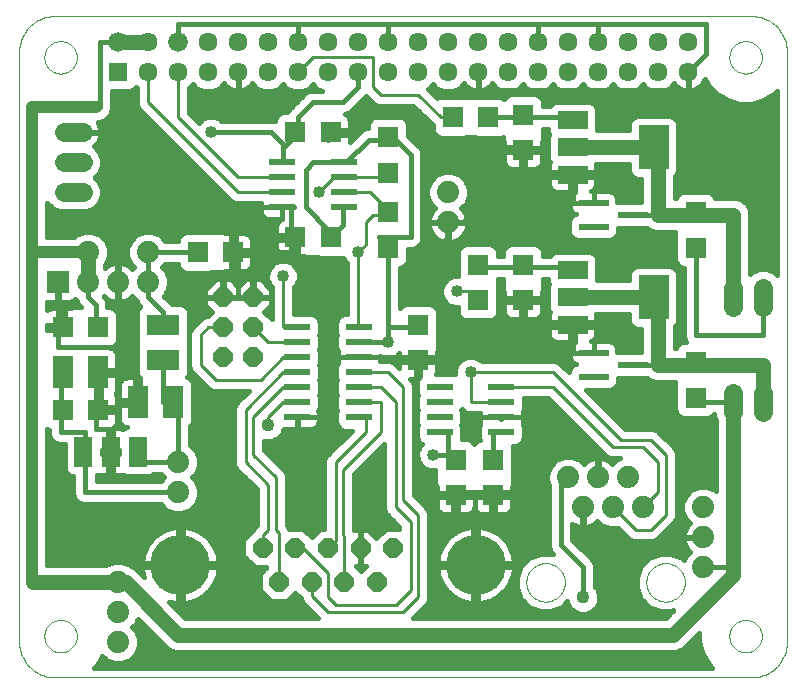
<source format=gtl>
G75*
G70*
%OFA0B0*%
%FSLAX24Y24*%
%IPPOS*%
%LPD*%
%AMOC8*
5,1,8,0,0,1.08239X$1,22.5*
%
%ADD10R,0.0870X0.0240*%
%ADD11R,0.0710X0.0709*%
%ADD12R,0.0709X0.0710*%
%ADD13C,0.0000*%
%ADD14R,0.0634X0.0634*%
%ADD15C,0.0660*%
%ADD16C,0.0634*%
%ADD17R,0.1020X0.0220*%
%ADD18C,0.0634*%
%ADD19R,0.1000X0.0600*%
%ADD20R,0.1000X0.1450*%
%ADD21R,0.0709X0.1100*%
%ADD22OC8,0.0640*%
%ADD23R,0.0600X0.1000*%
%ADD24R,0.1450X0.1000*%
%ADD25C,0.0740*%
%ADD26C,0.2000*%
%ADD27R,0.0740X0.0740*%
%ADD28R,0.1100X0.0709*%
%ADD29C,0.0160*%
%ADD30C,0.0150*%
%ADD31C,0.0436*%
%ADD32C,0.0476*%
%ADD33C,0.0100*%
%ADD34C,0.0400*%
%ADD35C,0.0500*%
%ADD36C,0.0400*%
D10*
X011650Y011180D03*
X011650Y011680D03*
X011650Y012180D03*
X011650Y012680D03*
X011650Y013180D03*
X011650Y013680D03*
X011650Y014180D03*
X013710Y014180D03*
X013710Y013680D03*
X013710Y013180D03*
X013710Y012680D03*
X013710Y012180D03*
X013710Y011680D03*
X013710Y011180D03*
X016400Y011180D03*
X016400Y010680D03*
X016400Y011680D03*
X016400Y012180D03*
X018460Y012180D03*
X018460Y011680D03*
X018460Y011180D03*
X018460Y010680D03*
X013210Y018180D03*
X013210Y018680D03*
X013210Y019180D03*
X013210Y019680D03*
X011150Y019680D03*
X011150Y019180D03*
X011150Y018680D03*
X011150Y018180D03*
D11*
X014680Y018020D03*
X014680Y016840D03*
X015680Y014270D03*
X015680Y013090D03*
X017680Y015090D03*
X017680Y016270D03*
X019180Y016270D03*
X019180Y015090D03*
X014680Y019340D03*
X014680Y020520D03*
X019180Y020090D03*
X019180Y021270D03*
X024930Y018020D03*
X024930Y016840D03*
X024930Y013020D03*
X024930Y011840D03*
X018180Y009770D03*
X016930Y009770D03*
X016930Y008590D03*
X018180Y008590D03*
D12*
X009520Y016680D03*
X008340Y016680D03*
X011590Y017180D03*
X012770Y017180D03*
X012770Y020680D03*
X011590Y020680D03*
X016840Y021180D03*
X018020Y021180D03*
X005020Y014180D03*
X003840Y014180D03*
X003840Y011430D03*
X005020Y011430D03*
D13*
X003566Y002511D02*
X026794Y002511D01*
X026860Y002513D01*
X026926Y002518D01*
X026992Y002528D01*
X027057Y002541D01*
X027121Y002557D01*
X027184Y002577D01*
X027246Y002601D01*
X027306Y002628D01*
X027365Y002658D01*
X027422Y002692D01*
X027477Y002729D01*
X027530Y002769D01*
X027581Y002811D01*
X027629Y002857D01*
X027675Y002905D01*
X027717Y002956D01*
X027757Y003009D01*
X027794Y003064D01*
X027828Y003121D01*
X027858Y003180D01*
X027885Y003240D01*
X027909Y003302D01*
X027929Y003365D01*
X027945Y003429D01*
X027958Y003494D01*
X027968Y003560D01*
X027973Y003626D01*
X027975Y003692D01*
X027975Y023377D01*
X027973Y023443D01*
X027968Y023509D01*
X027958Y023575D01*
X027945Y023640D01*
X027929Y023704D01*
X027909Y023767D01*
X027885Y023829D01*
X027858Y023889D01*
X027828Y023948D01*
X027794Y024005D01*
X027757Y024060D01*
X027717Y024113D01*
X027675Y024164D01*
X027629Y024212D01*
X027581Y024258D01*
X027530Y024300D01*
X027477Y024340D01*
X027422Y024377D01*
X027365Y024411D01*
X027306Y024441D01*
X027246Y024468D01*
X027184Y024492D01*
X027121Y024512D01*
X027057Y024528D01*
X026992Y024541D01*
X026926Y024551D01*
X026860Y024556D01*
X026794Y024558D01*
X003566Y024558D01*
X003500Y024556D01*
X003434Y024551D01*
X003368Y024541D01*
X003303Y024528D01*
X003239Y024512D01*
X003176Y024492D01*
X003114Y024468D01*
X003054Y024441D01*
X002995Y024411D01*
X002938Y024377D01*
X002883Y024340D01*
X002830Y024300D01*
X002779Y024258D01*
X002731Y024212D01*
X002685Y024164D01*
X002643Y024113D01*
X002603Y024060D01*
X002566Y024005D01*
X002532Y023948D01*
X002502Y023889D01*
X002475Y023829D01*
X002451Y023767D01*
X002431Y023704D01*
X002415Y023640D01*
X002402Y023575D01*
X002392Y023509D01*
X002387Y023443D01*
X002385Y023377D01*
X002385Y003692D01*
X002387Y003626D01*
X002392Y003560D01*
X002402Y003494D01*
X002415Y003429D01*
X002431Y003365D01*
X002451Y003302D01*
X002475Y003240D01*
X002502Y003180D01*
X002532Y003121D01*
X002566Y003064D01*
X002603Y003009D01*
X002643Y002956D01*
X002685Y002905D01*
X002731Y002857D01*
X002779Y002811D01*
X002830Y002769D01*
X002883Y002729D01*
X002938Y002692D01*
X002995Y002658D01*
X003054Y002628D01*
X003114Y002601D01*
X003176Y002577D01*
X003239Y002557D01*
X003303Y002541D01*
X003368Y002528D01*
X003434Y002518D01*
X003500Y002513D01*
X003566Y002511D01*
X003222Y003889D02*
X003224Y003935D01*
X003230Y003980D01*
X003239Y004025D01*
X003253Y004069D01*
X003270Y004112D01*
X003291Y004153D01*
X003315Y004192D01*
X003342Y004229D01*
X003372Y004263D01*
X003406Y004295D01*
X003441Y004324D01*
X003479Y004350D01*
X003519Y004372D01*
X003561Y004391D01*
X003605Y004406D01*
X003649Y004418D01*
X003694Y004426D01*
X003740Y004430D01*
X003786Y004430D01*
X003832Y004426D01*
X003877Y004418D01*
X003921Y004406D01*
X003965Y004391D01*
X004007Y004372D01*
X004047Y004350D01*
X004085Y004324D01*
X004120Y004295D01*
X004154Y004263D01*
X004184Y004229D01*
X004211Y004192D01*
X004235Y004153D01*
X004256Y004112D01*
X004273Y004069D01*
X004287Y004025D01*
X004296Y003980D01*
X004302Y003935D01*
X004304Y003889D01*
X004302Y003843D01*
X004296Y003798D01*
X004287Y003753D01*
X004273Y003709D01*
X004256Y003666D01*
X004235Y003625D01*
X004211Y003586D01*
X004184Y003549D01*
X004154Y003515D01*
X004120Y003483D01*
X004085Y003454D01*
X004047Y003428D01*
X004007Y003406D01*
X003965Y003387D01*
X003921Y003372D01*
X003877Y003360D01*
X003832Y003352D01*
X003786Y003348D01*
X003740Y003348D01*
X003694Y003352D01*
X003649Y003360D01*
X003605Y003372D01*
X003561Y003387D01*
X003519Y003406D01*
X003479Y003428D01*
X003441Y003454D01*
X003406Y003483D01*
X003372Y003515D01*
X003342Y003549D01*
X003315Y003586D01*
X003291Y003625D01*
X003270Y003666D01*
X003253Y003709D01*
X003239Y003753D01*
X003230Y003798D01*
X003224Y003843D01*
X003222Y003889D01*
X019290Y005680D02*
X019292Y005730D01*
X019298Y005780D01*
X019308Y005829D01*
X019321Y005878D01*
X019339Y005925D01*
X019360Y005971D01*
X019384Y006014D01*
X019412Y006056D01*
X019443Y006096D01*
X019477Y006133D01*
X019514Y006167D01*
X019554Y006198D01*
X019596Y006226D01*
X019639Y006250D01*
X019685Y006271D01*
X019732Y006289D01*
X019781Y006302D01*
X019830Y006312D01*
X019880Y006318D01*
X019930Y006320D01*
X019980Y006318D01*
X020030Y006312D01*
X020079Y006302D01*
X020128Y006289D01*
X020175Y006271D01*
X020221Y006250D01*
X020264Y006226D01*
X020306Y006198D01*
X020346Y006167D01*
X020383Y006133D01*
X020417Y006096D01*
X020448Y006056D01*
X020476Y006014D01*
X020500Y005971D01*
X020521Y005925D01*
X020539Y005878D01*
X020552Y005829D01*
X020562Y005780D01*
X020568Y005730D01*
X020570Y005680D01*
X020568Y005630D01*
X020562Y005580D01*
X020552Y005531D01*
X020539Y005482D01*
X020521Y005435D01*
X020500Y005389D01*
X020476Y005346D01*
X020448Y005304D01*
X020417Y005264D01*
X020383Y005227D01*
X020346Y005193D01*
X020306Y005162D01*
X020264Y005134D01*
X020221Y005110D01*
X020175Y005089D01*
X020128Y005071D01*
X020079Y005058D01*
X020030Y005048D01*
X019980Y005042D01*
X019930Y005040D01*
X019880Y005042D01*
X019830Y005048D01*
X019781Y005058D01*
X019732Y005071D01*
X019685Y005089D01*
X019639Y005110D01*
X019596Y005134D01*
X019554Y005162D01*
X019514Y005193D01*
X019477Y005227D01*
X019443Y005264D01*
X019412Y005304D01*
X019384Y005346D01*
X019360Y005389D01*
X019339Y005435D01*
X019321Y005482D01*
X019308Y005531D01*
X019298Y005580D01*
X019292Y005630D01*
X019290Y005680D01*
X023290Y005680D02*
X023292Y005730D01*
X023298Y005780D01*
X023308Y005829D01*
X023321Y005878D01*
X023339Y005925D01*
X023360Y005971D01*
X023384Y006014D01*
X023412Y006056D01*
X023443Y006096D01*
X023477Y006133D01*
X023514Y006167D01*
X023554Y006198D01*
X023596Y006226D01*
X023639Y006250D01*
X023685Y006271D01*
X023732Y006289D01*
X023781Y006302D01*
X023830Y006312D01*
X023880Y006318D01*
X023930Y006320D01*
X023980Y006318D01*
X024030Y006312D01*
X024079Y006302D01*
X024128Y006289D01*
X024175Y006271D01*
X024221Y006250D01*
X024264Y006226D01*
X024306Y006198D01*
X024346Y006167D01*
X024383Y006133D01*
X024417Y006096D01*
X024448Y006056D01*
X024476Y006014D01*
X024500Y005971D01*
X024521Y005925D01*
X024539Y005878D01*
X024552Y005829D01*
X024562Y005780D01*
X024568Y005730D01*
X024570Y005680D01*
X024568Y005630D01*
X024562Y005580D01*
X024552Y005531D01*
X024539Y005482D01*
X024521Y005435D01*
X024500Y005389D01*
X024476Y005346D01*
X024448Y005304D01*
X024417Y005264D01*
X024383Y005227D01*
X024346Y005193D01*
X024306Y005162D01*
X024264Y005134D01*
X024221Y005110D01*
X024175Y005089D01*
X024128Y005071D01*
X024079Y005058D01*
X024030Y005048D01*
X023980Y005042D01*
X023930Y005040D01*
X023880Y005042D01*
X023830Y005048D01*
X023781Y005058D01*
X023732Y005071D01*
X023685Y005089D01*
X023639Y005110D01*
X023596Y005134D01*
X023554Y005162D01*
X023514Y005193D01*
X023477Y005227D01*
X023443Y005264D01*
X023412Y005304D01*
X023384Y005346D01*
X023360Y005389D01*
X023339Y005435D01*
X023321Y005482D01*
X023308Y005531D01*
X023298Y005580D01*
X023292Y005630D01*
X023290Y005680D01*
X026056Y003889D02*
X026058Y003935D01*
X026064Y003980D01*
X026073Y004025D01*
X026087Y004069D01*
X026104Y004112D01*
X026125Y004153D01*
X026149Y004192D01*
X026176Y004229D01*
X026206Y004263D01*
X026240Y004295D01*
X026275Y004324D01*
X026313Y004350D01*
X026353Y004372D01*
X026395Y004391D01*
X026439Y004406D01*
X026483Y004418D01*
X026528Y004426D01*
X026574Y004430D01*
X026620Y004430D01*
X026666Y004426D01*
X026711Y004418D01*
X026755Y004406D01*
X026799Y004391D01*
X026841Y004372D01*
X026881Y004350D01*
X026919Y004324D01*
X026954Y004295D01*
X026988Y004263D01*
X027018Y004229D01*
X027045Y004192D01*
X027069Y004153D01*
X027090Y004112D01*
X027107Y004069D01*
X027121Y004025D01*
X027130Y003980D01*
X027136Y003935D01*
X027138Y003889D01*
X027136Y003843D01*
X027130Y003798D01*
X027121Y003753D01*
X027107Y003709D01*
X027090Y003666D01*
X027069Y003625D01*
X027045Y003586D01*
X027018Y003549D01*
X026988Y003515D01*
X026954Y003483D01*
X026919Y003454D01*
X026881Y003428D01*
X026841Y003406D01*
X026799Y003387D01*
X026755Y003372D01*
X026711Y003360D01*
X026666Y003352D01*
X026620Y003348D01*
X026574Y003348D01*
X026528Y003352D01*
X026483Y003360D01*
X026439Y003372D01*
X026395Y003387D01*
X026353Y003406D01*
X026313Y003428D01*
X026275Y003454D01*
X026240Y003483D01*
X026206Y003515D01*
X026176Y003549D01*
X026149Y003586D01*
X026125Y003625D01*
X026104Y003666D01*
X026087Y003709D01*
X026073Y003753D01*
X026064Y003798D01*
X026058Y003843D01*
X026056Y003889D01*
X026056Y023180D02*
X026058Y023226D01*
X026064Y023271D01*
X026073Y023316D01*
X026087Y023360D01*
X026104Y023403D01*
X026125Y023444D01*
X026149Y023483D01*
X026176Y023520D01*
X026206Y023554D01*
X026240Y023586D01*
X026275Y023615D01*
X026313Y023641D01*
X026353Y023663D01*
X026395Y023682D01*
X026439Y023697D01*
X026483Y023709D01*
X026528Y023717D01*
X026574Y023721D01*
X026620Y023721D01*
X026666Y023717D01*
X026711Y023709D01*
X026755Y023697D01*
X026799Y023682D01*
X026841Y023663D01*
X026881Y023641D01*
X026919Y023615D01*
X026954Y023586D01*
X026988Y023554D01*
X027018Y023520D01*
X027045Y023483D01*
X027069Y023444D01*
X027090Y023403D01*
X027107Y023360D01*
X027121Y023316D01*
X027130Y023271D01*
X027136Y023226D01*
X027138Y023180D01*
X027136Y023134D01*
X027130Y023089D01*
X027121Y023044D01*
X027107Y023000D01*
X027090Y022957D01*
X027069Y022916D01*
X027045Y022877D01*
X027018Y022840D01*
X026988Y022806D01*
X026954Y022774D01*
X026919Y022745D01*
X026881Y022719D01*
X026841Y022697D01*
X026799Y022678D01*
X026755Y022663D01*
X026711Y022651D01*
X026666Y022643D01*
X026620Y022639D01*
X026574Y022639D01*
X026528Y022643D01*
X026483Y022651D01*
X026439Y022663D01*
X026395Y022678D01*
X026353Y022697D01*
X026313Y022719D01*
X026275Y022745D01*
X026240Y022774D01*
X026206Y022806D01*
X026176Y022840D01*
X026149Y022877D01*
X026125Y022916D01*
X026104Y022957D01*
X026087Y023000D01*
X026073Y023044D01*
X026064Y023089D01*
X026058Y023134D01*
X026056Y023180D01*
X003222Y023180D02*
X003224Y023226D01*
X003230Y023271D01*
X003239Y023316D01*
X003253Y023360D01*
X003270Y023403D01*
X003291Y023444D01*
X003315Y023483D01*
X003342Y023520D01*
X003372Y023554D01*
X003406Y023586D01*
X003441Y023615D01*
X003479Y023641D01*
X003519Y023663D01*
X003561Y023682D01*
X003605Y023697D01*
X003649Y023709D01*
X003694Y023717D01*
X003740Y023721D01*
X003786Y023721D01*
X003832Y023717D01*
X003877Y023709D01*
X003921Y023697D01*
X003965Y023682D01*
X004007Y023663D01*
X004047Y023641D01*
X004085Y023615D01*
X004120Y023586D01*
X004154Y023554D01*
X004184Y023520D01*
X004211Y023483D01*
X004235Y023444D01*
X004256Y023403D01*
X004273Y023360D01*
X004287Y023316D01*
X004296Y023271D01*
X004302Y023226D01*
X004304Y023180D01*
X004302Y023134D01*
X004296Y023089D01*
X004287Y023044D01*
X004273Y023000D01*
X004256Y022957D01*
X004235Y022916D01*
X004211Y022877D01*
X004184Y022840D01*
X004154Y022806D01*
X004120Y022774D01*
X004085Y022745D01*
X004047Y022719D01*
X004007Y022697D01*
X003965Y022678D01*
X003921Y022663D01*
X003877Y022651D01*
X003832Y022643D01*
X003786Y022639D01*
X003740Y022639D01*
X003694Y022643D01*
X003649Y022651D01*
X003605Y022663D01*
X003561Y022678D01*
X003519Y022697D01*
X003479Y022719D01*
X003441Y022745D01*
X003406Y022774D01*
X003372Y022806D01*
X003342Y022840D01*
X003315Y022877D01*
X003291Y022916D01*
X003270Y022957D01*
X003253Y023000D01*
X003239Y023044D01*
X003230Y023089D01*
X003224Y023134D01*
X003222Y023180D01*
D14*
X005680Y022680D03*
D15*
X005680Y023680D03*
X007680Y023680D03*
D16*
X007680Y022680D03*
X006680Y022680D03*
X006680Y023680D03*
X008680Y023680D03*
X008680Y022680D03*
X009680Y022680D03*
X009680Y023680D03*
X010680Y023680D03*
X010680Y022680D03*
X011680Y022680D03*
X011680Y023680D03*
X012680Y023680D03*
X012680Y022680D03*
X013680Y022680D03*
X013680Y023680D03*
X014680Y023680D03*
X014680Y022680D03*
X015680Y022680D03*
X015680Y023680D03*
X016680Y023680D03*
X016680Y022680D03*
X017680Y022680D03*
X017680Y023680D03*
X018680Y023680D03*
X018680Y022680D03*
X019680Y022680D03*
X019680Y023680D03*
X020680Y023680D03*
X020680Y022680D03*
X021680Y022680D03*
X021680Y023680D03*
X022680Y023680D03*
X022680Y022680D03*
X023680Y022680D03*
X023680Y023680D03*
X024680Y023680D03*
X024680Y022680D03*
D17*
X021530Y018330D03*
X021530Y017530D03*
X022830Y017930D03*
X021530Y013330D03*
X021530Y012530D03*
X022830Y012930D03*
D18*
X026180Y011997D02*
X026180Y011363D01*
X027180Y011363D02*
X027180Y011997D01*
X027180Y014863D02*
X027180Y015497D01*
X026180Y015497D02*
X026180Y014863D01*
X004497Y018680D02*
X003863Y018680D01*
X003863Y019680D02*
X004497Y019680D01*
X004497Y020680D02*
X003863Y020680D01*
D19*
X020830Y021086D03*
X020830Y020180D03*
X020830Y019274D03*
X020830Y016086D03*
X020830Y015180D03*
X020830Y014274D03*
D20*
X023530Y015180D03*
X023530Y020180D03*
D21*
X007520Y011680D03*
X006340Y011680D03*
X005020Y012680D03*
X003840Y012680D03*
D22*
X009180Y013180D03*
X009180Y014180D03*
X010180Y014180D03*
X010180Y013180D03*
X010180Y015180D03*
X009180Y015180D03*
X010499Y006820D03*
X011589Y006820D03*
X012680Y006820D03*
X013771Y006820D03*
X014861Y006820D03*
X014316Y005702D03*
X013225Y005702D03*
X012135Y005702D03*
X011044Y005702D03*
D23*
X006336Y010030D03*
X005430Y010030D03*
X004524Y010030D03*
D24*
X005430Y007330D03*
D25*
X005680Y005680D03*
X005680Y004680D03*
X005680Y003680D03*
X007680Y008680D03*
X007680Y009680D03*
X006680Y015680D03*
X006680Y016680D03*
X005680Y015680D03*
X004680Y015680D03*
X004680Y016680D03*
X016680Y017680D03*
X016680Y018680D03*
X020680Y009180D03*
X021680Y009180D03*
X022680Y009180D03*
X022180Y008180D03*
X023180Y008180D03*
X025180Y008180D03*
X025180Y007180D03*
X025180Y006180D03*
X021180Y008180D03*
D26*
X017599Y006261D03*
X007761Y006261D03*
D27*
X003680Y015680D03*
D28*
X007180Y014270D03*
X007180Y013090D03*
D29*
X006420Y012493D02*
X006420Y011760D01*
X006260Y011760D01*
X006260Y012510D01*
X005958Y012510D01*
X005904Y012499D01*
X005853Y012478D01*
X005807Y012447D01*
X005768Y012408D01*
X005737Y012363D01*
X005716Y012312D01*
X005706Y012258D01*
X005706Y011760D01*
X006260Y011760D01*
X006260Y011600D01*
X005706Y011600D01*
X005706Y011102D01*
X005716Y011048D01*
X005737Y010997D01*
X005768Y010952D01*
X005807Y010913D01*
X005853Y010882D01*
X005904Y010861D01*
X005958Y010850D01*
X005971Y010850D01*
X005854Y010801D01*
X005840Y010788D01*
X005812Y010799D01*
X005758Y010810D01*
X005500Y010810D01*
X005500Y010100D01*
X005716Y010100D01*
X005716Y009960D01*
X005500Y009960D01*
X005500Y009250D01*
X005758Y009250D01*
X005812Y009261D01*
X005840Y009273D01*
X005854Y009259D01*
X005972Y009210D01*
X006699Y009210D01*
X006817Y009259D01*
X006843Y009285D01*
X007099Y009285D01*
X007204Y009180D01*
X007099Y009075D01*
X004975Y009075D01*
X004975Y009246D01*
X005006Y009259D01*
X005020Y009273D01*
X005048Y009261D01*
X005102Y009250D01*
X005360Y009250D01*
X005360Y009960D01*
X005500Y009960D01*
X005500Y010100D01*
X005360Y010100D01*
X005144Y010100D01*
X005144Y009960D01*
X005360Y009960D01*
X005360Y010100D01*
X005360Y010795D01*
X005402Y010795D01*
X005456Y010806D01*
X005507Y010827D01*
X005553Y010858D01*
X005592Y010897D01*
X005623Y010942D01*
X005644Y010993D01*
X005654Y011048D01*
X005654Y011350D01*
X005100Y011350D01*
X005100Y011510D01*
X004940Y011510D01*
X004910Y011510D01*
X004910Y011350D01*
X004940Y011350D01*
X004940Y011510D01*
X004940Y012600D01*
X004910Y012600D01*
X004910Y012760D01*
X004940Y012760D01*
X004940Y012600D01*
X005100Y012600D01*
X005100Y012065D01*
X005100Y011510D01*
X005654Y011510D01*
X005654Y011812D01*
X005644Y011867D01*
X005623Y011918D01*
X005596Y011957D01*
X005623Y011997D01*
X005644Y012048D01*
X005654Y012102D01*
X005654Y012600D01*
X005100Y012600D01*
X005100Y012760D01*
X005654Y012760D01*
X005654Y013258D01*
X005644Y013312D01*
X005623Y013363D01*
X005592Y013408D01*
X005553Y013447D01*
X005507Y013478D01*
X005456Y013499D01*
X005427Y013505D01*
X005438Y013505D01*
X005556Y013554D01*
X005646Y013644D01*
X005694Y013761D01*
X005694Y014599D01*
X005646Y014716D01*
X005556Y014806D01*
X005438Y014855D01*
X005325Y014855D01*
X005325Y015009D01*
X005265Y015154D01*
X005197Y015221D01*
X005208Y015232D01*
X005251Y015190D01*
X005318Y015138D01*
X005392Y015096D01*
X005471Y015063D01*
X005553Y015041D01*
X005637Y015030D01*
X005660Y015030D01*
X005660Y015660D01*
X005700Y015660D01*
X005700Y015030D01*
X005723Y015030D01*
X005807Y015041D01*
X005889Y015063D01*
X005968Y015096D01*
X006042Y015138D01*
X006109Y015190D01*
X006152Y015232D01*
X006287Y015098D01*
X006345Y014956D01*
X006427Y014874D01*
X006359Y014806D01*
X006310Y014688D01*
X006310Y012672D01*
X006359Y012554D01*
X006420Y012493D01*
X006406Y012507D02*
X006260Y012507D01*
X006260Y012349D02*
X006420Y012349D01*
X006420Y012190D02*
X006260Y012190D01*
X006260Y012032D02*
X006420Y012032D01*
X006420Y011873D02*
X006260Y011873D01*
X006260Y011715D02*
X005654Y011715D01*
X005641Y011873D02*
X005706Y011873D01*
X005706Y012032D02*
X005637Y012032D01*
X005654Y012190D02*
X005706Y012190D01*
X005732Y012349D02*
X005654Y012349D01*
X005654Y012507D02*
X005943Y012507D01*
X006313Y012666D02*
X005100Y012666D01*
X005100Y012507D02*
X004940Y012507D01*
X004940Y012349D02*
X005100Y012349D01*
X005100Y012190D02*
X004940Y012190D01*
X004940Y012032D02*
X005100Y012032D01*
X005100Y011873D02*
X004940Y011873D01*
X004940Y011715D02*
X005100Y011715D01*
X005100Y011556D02*
X004940Y011556D01*
X004940Y011398D02*
X004910Y011398D01*
X005100Y011398D02*
X005706Y011398D01*
X005706Y011556D02*
X005654Y011556D01*
X005654Y011239D02*
X005706Y011239D01*
X005710Y011081D02*
X005654Y011081D01*
X005609Y010922D02*
X005798Y010922D01*
X005500Y010764D02*
X005360Y010764D01*
X005360Y010605D02*
X005500Y010605D01*
X005500Y010447D02*
X005360Y010447D01*
X005360Y010288D02*
X005500Y010288D01*
X005500Y010130D02*
X005360Y010130D01*
X005360Y009971D02*
X005144Y009971D01*
X005360Y009813D02*
X005500Y009813D01*
X005500Y009971D02*
X005716Y009971D01*
X005500Y009654D02*
X005360Y009654D01*
X005360Y009496D02*
X005500Y009496D01*
X005500Y009337D02*
X005360Y009337D01*
X004975Y009179D02*
X007203Y009179D01*
X007099Y008285D02*
X007289Y008095D01*
X007543Y007990D01*
X007817Y007990D01*
X008071Y008095D01*
X008265Y008289D01*
X008370Y008543D01*
X008370Y008817D01*
X008265Y009071D01*
X008156Y009180D01*
X008265Y009289D01*
X008370Y009543D01*
X008370Y009817D01*
X008265Y010071D01*
X008075Y010261D01*
X008075Y010878D01*
X008146Y010949D01*
X008194Y011066D01*
X008194Y012294D01*
X008146Y012411D01*
X008056Y012501D01*
X007980Y012533D01*
X008001Y012554D01*
X008050Y012672D01*
X008050Y014688D01*
X008001Y014806D01*
X007911Y014896D01*
X007794Y014944D01*
X007474Y014944D01*
X007404Y015015D01*
X007197Y015221D01*
X007265Y015289D01*
X007370Y015543D01*
X007370Y015817D01*
X007265Y016071D01*
X007156Y016180D01*
X007261Y016285D01*
X007666Y016285D01*
X007666Y016261D01*
X007714Y016144D01*
X007804Y016054D01*
X007922Y016005D01*
X008758Y016005D01*
X008770Y016010D01*
X009154Y016010D01*
X009238Y016045D01*
X009440Y016045D01*
X009440Y016600D01*
X009600Y016600D01*
X009600Y016045D01*
X009902Y016045D01*
X009956Y016056D01*
X010007Y016077D01*
X010053Y016108D01*
X010092Y016147D01*
X010123Y016192D01*
X010144Y016243D01*
X010154Y016298D01*
X010154Y016600D01*
X009600Y016600D01*
X009600Y016760D01*
X009440Y016760D01*
X009440Y017315D01*
X009238Y017315D01*
X009154Y017350D01*
X008770Y017350D01*
X008758Y017355D01*
X007922Y017355D01*
X007804Y017306D01*
X007714Y017216D01*
X007666Y017099D01*
X007666Y017075D01*
X007261Y017075D01*
X007071Y017265D01*
X006817Y017370D01*
X006543Y017370D01*
X006289Y017265D01*
X006095Y017071D01*
X005990Y016817D01*
X005990Y016543D01*
X006095Y016289D01*
X006204Y016180D01*
X006152Y016128D01*
X006109Y016170D01*
X006042Y016222D01*
X005968Y016264D01*
X005889Y016297D01*
X005807Y016319D01*
X005723Y016330D01*
X005700Y016330D01*
X005700Y015700D01*
X005660Y015700D01*
X005660Y016330D01*
X005637Y016330D01*
X005553Y016319D01*
X005471Y016297D01*
X005392Y016264D01*
X005318Y016222D01*
X005251Y016170D01*
X005250Y016169D01*
X005250Y016274D01*
X005265Y016289D01*
X005370Y016543D01*
X005370Y016817D01*
X005265Y017071D01*
X005071Y017265D01*
X004817Y017370D01*
X004543Y017370D01*
X004289Y017265D01*
X004224Y017200D01*
X003325Y017200D01*
X003325Y018318D01*
X003502Y018140D01*
X003736Y018043D01*
X004624Y018043D01*
X004858Y018140D01*
X005037Y018319D01*
X005134Y018553D01*
X005134Y018807D01*
X005037Y019041D01*
X004897Y019180D01*
X005037Y019319D01*
X005134Y019553D01*
X005134Y019807D01*
X005037Y020041D01*
X004867Y020211D01*
X004886Y020225D01*
X004952Y020291D01*
X005007Y020367D01*
X005050Y020451D01*
X005079Y020540D01*
X005094Y020633D01*
X005094Y020662D01*
X004198Y020662D01*
X004198Y020698D01*
X005094Y020698D01*
X005094Y020727D01*
X005079Y020820D01*
X005050Y020909D01*
X005007Y020993D01*
X004995Y021010D01*
X005058Y021010D01*
X005250Y021089D01*
X005396Y021235D01*
X005475Y021427D01*
X005475Y022043D01*
X006061Y022043D01*
X006178Y022092D01*
X006268Y022182D01*
X006271Y022188D01*
X006310Y022149D01*
X006310Y021606D01*
X006366Y021470D01*
X006470Y021366D01*
X009470Y018366D01*
X009606Y018310D01*
X010435Y018310D01*
X010435Y018180D01*
X011150Y018180D01*
X011150Y018180D01*
X011150Y018240D01*
X011150Y018240D01*
X011150Y018180D01*
X011535Y018180D01*
X011535Y018180D01*
X011150Y018180D01*
X011150Y018180D01*
X011150Y017803D01*
X011150Y017803D01*
X011150Y018180D01*
X011150Y018180D01*
X011150Y018180D01*
X010435Y018180D01*
X010435Y018032D01*
X010446Y017978D01*
X010467Y017927D01*
X010498Y017882D01*
X010537Y017843D01*
X010582Y017812D01*
X010633Y017791D01*
X010687Y017780D01*
X011098Y017780D01*
X011057Y017752D01*
X011018Y017713D01*
X010987Y017668D01*
X010966Y017617D01*
X010956Y017562D01*
X010956Y017260D01*
X011510Y017260D01*
X011510Y017100D01*
X011670Y017100D01*
X011700Y017100D01*
X011700Y017260D01*
X011670Y017260D01*
X011670Y017100D01*
X011670Y016545D01*
X011872Y016545D01*
X011956Y016510D01*
X012340Y016510D01*
X012352Y016505D01*
X013188Y016505D01*
X013189Y016506D01*
X013239Y016385D01*
X013310Y016315D01*
X013310Y014620D01*
X013211Y014620D01*
X013094Y014571D01*
X013004Y014481D01*
X012955Y014364D01*
X012955Y013996D01*
X012982Y013930D01*
X012955Y013864D01*
X012955Y013496D01*
X013004Y013379D01*
X013005Y013378D01*
X012995Y013328D01*
X012995Y013180D01*
X013710Y013180D01*
X014425Y013180D01*
X014425Y013223D01*
X014577Y013160D01*
X014783Y013160D01*
X014975Y013239D01*
X015045Y013310D01*
X015045Y013170D01*
X015600Y013170D01*
X015600Y013200D01*
X015760Y013200D01*
X015760Y013170D01*
X015600Y013170D01*
X015600Y013010D01*
X015045Y013010D01*
X015045Y012838D01*
X014890Y012994D01*
X014754Y013050D01*
X014425Y013050D01*
X014425Y013180D01*
X013710Y013180D01*
X013710Y013180D01*
X013710Y013180D01*
X012995Y013180D01*
X012995Y013032D01*
X013005Y012982D01*
X013004Y012981D01*
X012955Y012864D01*
X012955Y012496D01*
X012982Y012430D01*
X012955Y012364D01*
X012955Y011996D01*
X012982Y011930D01*
X012955Y011864D01*
X012955Y011496D01*
X012982Y011430D01*
X012955Y011364D01*
X012955Y010996D01*
X013004Y010879D01*
X013094Y010789D01*
X013211Y010740D01*
X013467Y010740D01*
X012720Y009994D01*
X012616Y009890D01*
X012560Y009754D01*
X012560Y007460D01*
X012415Y007460D01*
X012135Y007180D01*
X011855Y007460D01*
X011385Y007460D01*
X011358Y007525D01*
X011300Y007583D01*
X011300Y009254D01*
X011244Y009390D01*
X011140Y009494D01*
X010550Y010083D01*
X010550Y010401D01*
X010573Y010392D01*
X010787Y010392D01*
X010985Y010474D01*
X011136Y010625D01*
X011200Y010780D01*
X011650Y010780D01*
X012113Y010780D01*
X012167Y010791D01*
X012218Y010812D01*
X012263Y010843D01*
X012302Y010882D01*
X012333Y010927D01*
X012354Y010978D01*
X012365Y011032D01*
X012365Y011180D01*
X012365Y011328D01*
X012355Y011378D01*
X012356Y011379D01*
X012405Y011496D01*
X012405Y011864D01*
X012378Y011930D01*
X012405Y011996D01*
X012405Y012364D01*
X012378Y012430D01*
X012405Y012496D01*
X012405Y012864D01*
X012378Y012930D01*
X012405Y012996D01*
X012405Y013364D01*
X012378Y013430D01*
X012405Y013496D01*
X012405Y013864D01*
X012378Y013930D01*
X012405Y013996D01*
X012405Y014364D01*
X012356Y014481D01*
X012266Y014571D01*
X012149Y014620D01*
X011550Y014620D01*
X011550Y015515D01*
X011621Y015585D01*
X011700Y015777D01*
X011700Y015983D01*
X011621Y016175D01*
X011475Y016321D01*
X011283Y016400D01*
X011077Y016400D01*
X010885Y016321D01*
X010739Y016175D01*
X010660Y015983D01*
X010660Y015777D01*
X010739Y015585D01*
X010810Y015515D01*
X010810Y014455D01*
X010557Y014708D01*
X010780Y014931D01*
X010780Y015160D01*
X010200Y015160D01*
X010200Y015200D01*
X010160Y015200D01*
X010160Y015780D01*
X009931Y015780D01*
X009680Y015529D01*
X009429Y015780D01*
X009200Y015780D01*
X009200Y015200D01*
X009780Y015200D01*
X010160Y015200D01*
X010160Y015160D01*
X009200Y015160D01*
X009200Y015200D01*
X009160Y015200D01*
X009160Y015780D01*
X008931Y015780D01*
X008580Y015429D01*
X008580Y015200D01*
X009160Y015200D01*
X009160Y015160D01*
X008580Y015160D01*
X008580Y014931D01*
X008803Y014708D01*
X008645Y014550D01*
X008606Y014550D01*
X008470Y014494D01*
X008366Y014390D01*
X008116Y014140D01*
X008060Y014004D01*
X008060Y012856D01*
X008116Y012720D01*
X008220Y012616D01*
X008616Y012220D01*
X008720Y012116D01*
X008856Y012060D01*
X010037Y012060D01*
X009720Y011744D01*
X009616Y011640D01*
X009560Y011504D01*
X009560Y009606D01*
X009616Y009470D01*
X009720Y009366D01*
X010310Y008777D01*
X010310Y007583D01*
X010289Y007563D01*
X010185Y007458D01*
X010152Y007378D01*
X009859Y007085D01*
X009859Y006555D01*
X010234Y006180D01*
X010617Y006180D01*
X010404Y005967D01*
X010404Y005437D01*
X010779Y005062D01*
X011309Y005062D01*
X011589Y005342D01*
X011765Y005167D01*
X011765Y005152D01*
X011821Y005016D01*
X012337Y004500D01*
X007916Y004500D01*
X007376Y005040D01*
X007449Y005018D01*
X007573Y004993D01*
X007681Y004982D01*
X007681Y006181D01*
X006482Y006181D01*
X006493Y006073D01*
X006518Y005949D01*
X006540Y005876D01*
X006253Y006163D01*
X006116Y006220D01*
X006071Y006265D01*
X005817Y006370D01*
X005543Y006370D01*
X005289Y006265D01*
X005274Y006250D01*
X003325Y006250D01*
X003325Y010795D01*
X003385Y010770D01*
X003385Y010601D01*
X003445Y010456D01*
X003556Y010345D01*
X003701Y010285D01*
X003904Y010285D01*
X003904Y009467D01*
X003953Y009349D01*
X004043Y009259D01*
X004161Y009210D01*
X004185Y009210D01*
X004185Y008601D01*
X004245Y008456D01*
X004356Y008345D01*
X004501Y008285D01*
X007099Y008285D01*
X007157Y008228D02*
X003325Y008228D01*
X003325Y008386D02*
X004315Y008386D01*
X004209Y008545D02*
X003325Y008545D01*
X003325Y008703D02*
X004185Y008703D01*
X004185Y008862D02*
X003325Y008862D01*
X003325Y009020D02*
X004185Y009020D01*
X004185Y009179D02*
X003325Y009179D01*
X003325Y009337D02*
X003965Y009337D01*
X003904Y009496D02*
X003325Y009496D01*
X003325Y009654D02*
X003904Y009654D01*
X003904Y009813D02*
X003325Y009813D01*
X003325Y009971D02*
X003904Y009971D01*
X003904Y010130D02*
X003325Y010130D01*
X003325Y010288D02*
X003694Y010288D01*
X003455Y010447D02*
X003325Y010447D01*
X003325Y010605D02*
X003385Y010605D01*
X003385Y010764D02*
X003325Y010764D01*
X004910Y012666D02*
X004940Y012666D01*
X005654Y012824D02*
X006310Y012824D01*
X006310Y012983D02*
X005654Y012983D01*
X005654Y013141D02*
X006310Y013141D01*
X006310Y013300D02*
X005646Y013300D01*
X005537Y013458D02*
X006310Y013458D01*
X006310Y013617D02*
X005618Y013617D01*
X005694Y013775D02*
X006310Y013775D01*
X006310Y013934D02*
X005694Y013934D01*
X005694Y014092D02*
X006310Y014092D01*
X006310Y014251D02*
X005694Y014251D01*
X005694Y014409D02*
X006310Y014409D01*
X006310Y014568D02*
X005694Y014568D01*
X005636Y014726D02*
X006326Y014726D01*
X006417Y014885D02*
X005325Y014885D01*
X005311Y015043D02*
X005546Y015043D01*
X005660Y015043D02*
X005700Y015043D01*
X005814Y015043D02*
X006309Y015043D01*
X006183Y015202D02*
X006121Y015202D01*
X005700Y015202D02*
X005660Y015202D01*
X005660Y015360D02*
X005700Y015360D01*
X005700Y015519D02*
X005660Y015519D01*
X005239Y015202D02*
X005217Y015202D01*
X005660Y015836D02*
X005700Y015836D01*
X005700Y015994D02*
X005660Y015994D01*
X005660Y016153D02*
X005700Y016153D01*
X005700Y016311D02*
X005660Y016311D01*
X005524Y016311D02*
X005274Y016311D01*
X005340Y016470D02*
X006020Y016470D01*
X005990Y016628D02*
X005370Y016628D01*
X005370Y016787D02*
X005990Y016787D01*
X006043Y016945D02*
X005317Y016945D01*
X005232Y017104D02*
X006128Y017104D01*
X006286Y017262D02*
X005074Y017262D01*
X004286Y017262D02*
X003325Y017262D01*
X003325Y017421D02*
X010956Y017421D01*
X010959Y017579D02*
X003325Y017579D01*
X003325Y017738D02*
X011042Y017738D01*
X011150Y017896D02*
X011150Y017896D01*
X011150Y018055D02*
X011150Y018055D01*
X011150Y018213D02*
X011150Y018213D01*
X010435Y018213D02*
X004931Y018213D01*
X005058Y018372D02*
X009465Y018372D01*
X009307Y018530D02*
X005124Y018530D01*
X005134Y018689D02*
X009148Y018689D01*
X008990Y018847D02*
X005117Y018847D01*
X005051Y019006D02*
X008831Y019006D01*
X008673Y019164D02*
X004913Y019164D01*
X005038Y019323D02*
X008514Y019323D01*
X008356Y019481D02*
X005104Y019481D01*
X005134Y019640D02*
X008197Y019640D01*
X008039Y019798D02*
X005134Y019798D01*
X005072Y019957D02*
X007880Y019957D01*
X007722Y020115D02*
X004962Y020115D01*
X004934Y020274D02*
X007563Y020274D01*
X007405Y020432D02*
X005040Y020432D01*
X005087Y020591D02*
X007246Y020591D01*
X007088Y020749D02*
X005090Y020749D01*
X005050Y020908D02*
X006929Y020908D01*
X006771Y021066D02*
X005194Y021066D01*
X005385Y021225D02*
X006612Y021225D01*
X006454Y021383D02*
X005457Y021383D01*
X005475Y021542D02*
X006337Y021542D01*
X006310Y021700D02*
X005475Y021700D01*
X005475Y021859D02*
X006310Y021859D01*
X006310Y022017D02*
X005475Y022017D01*
X006262Y022176D02*
X006284Y022176D01*
X008050Y022149D02*
X008050Y021333D01*
X008374Y021009D01*
X008485Y021121D01*
X008677Y021200D01*
X008883Y021200D01*
X009075Y021121D01*
X009120Y021075D01*
X010859Y021075D01*
X010916Y021051D01*
X010916Y021099D01*
X010964Y021216D01*
X011054Y021306D01*
X011172Y021355D01*
X011325Y021355D01*
X011345Y021404D01*
X011456Y021515D01*
X011956Y022015D01*
X012101Y022075D01*
X012476Y022075D01*
X012319Y022140D01*
X012180Y022279D01*
X012041Y022140D01*
X011807Y022043D01*
X011553Y022043D01*
X011319Y022140D01*
X011180Y022279D01*
X011041Y022140D01*
X010807Y022043D01*
X010553Y022043D01*
X010319Y022140D01*
X010149Y022310D01*
X010135Y022291D01*
X010069Y022225D01*
X009993Y022170D01*
X009909Y022127D01*
X009820Y022098D01*
X009727Y022083D01*
X009698Y022083D01*
X009698Y022662D01*
X009662Y022662D01*
X009662Y022083D01*
X009633Y022083D01*
X009540Y022098D01*
X009451Y022127D01*
X009367Y022170D01*
X009291Y022225D01*
X009225Y022291D01*
X009211Y022310D01*
X009041Y022140D01*
X008807Y022043D01*
X008553Y022043D01*
X008319Y022140D01*
X008180Y022279D01*
X008050Y022149D01*
X008076Y022176D02*
X008284Y022176D01*
X008050Y022017D02*
X011961Y022017D01*
X012076Y022176D02*
X012284Y022176D01*
X011800Y021859D02*
X008050Y021859D01*
X008050Y021700D02*
X011641Y021700D01*
X011483Y021542D02*
X008050Y021542D01*
X008050Y021383D02*
X011337Y021383D01*
X010973Y021225D02*
X008159Y021225D01*
X008317Y021066D02*
X008431Y021066D01*
X009076Y022176D02*
X009359Y022176D01*
X009662Y022176D02*
X009698Y022176D01*
X009698Y022334D02*
X009662Y022334D01*
X009662Y022493D02*
X009698Y022493D01*
X009698Y022651D02*
X009662Y022651D01*
X010001Y022176D02*
X010284Y022176D01*
X011076Y022176D02*
X011284Y022176D01*
X010916Y021066D02*
X010880Y021066D01*
X012660Y020760D02*
X012690Y020760D01*
X012690Y020600D01*
X012660Y020600D01*
X012660Y020760D01*
X012660Y020749D02*
X012690Y020749D01*
X012850Y020749D02*
X013790Y020749D01*
X013806Y020765D02*
X013404Y020363D01*
X013404Y020600D01*
X012850Y020600D01*
X012850Y020760D01*
X013404Y020760D01*
X013404Y021062D01*
X013394Y021117D01*
X013373Y021168D01*
X013342Y021213D01*
X013303Y021252D01*
X013257Y021283D01*
X013252Y021285D01*
X013259Y021285D01*
X013404Y021345D01*
X013515Y021456D01*
X013948Y021889D01*
X013970Y021866D01*
X013970Y021866D01*
X014116Y021720D01*
X014220Y021616D01*
X014356Y021560D01*
X015527Y021560D01*
X016166Y020921D01*
X016166Y020761D01*
X016214Y020644D01*
X016304Y020554D01*
X016422Y020505D01*
X017258Y020505D01*
X017270Y020510D01*
X017590Y020510D01*
X017602Y020505D01*
X018438Y020505D01*
X018510Y020535D01*
X018510Y020456D01*
X018545Y020372D01*
X018545Y020170D01*
X019100Y020170D01*
X019100Y020010D01*
X018545Y020010D01*
X018545Y019708D01*
X018556Y019654D01*
X018577Y019603D01*
X018608Y019557D01*
X018647Y019518D01*
X018692Y019487D01*
X018743Y019466D01*
X018798Y019456D01*
X019100Y019456D01*
X019100Y020010D01*
X019260Y020010D01*
X019260Y020170D01*
X019815Y020170D01*
X019815Y020372D01*
X019850Y020456D01*
X019850Y020785D01*
X020010Y020785D01*
X020010Y020722D01*
X020047Y020633D01*
X020010Y020544D01*
X020010Y019816D01*
X020059Y019699D01*
X020072Y019685D01*
X020061Y019656D01*
X020050Y019602D01*
X020050Y019344D01*
X020760Y019344D01*
X020760Y019204D01*
X020900Y019204D01*
X020900Y018694D01*
X020903Y018694D01*
X020887Y018688D01*
X020842Y018657D01*
X020803Y018618D01*
X020772Y018573D01*
X020751Y018522D01*
X020740Y018468D01*
X020740Y018330D01*
X021530Y018330D01*
X021530Y018330D01*
X021530Y018720D01*
X022068Y018720D01*
X022122Y018709D01*
X022173Y018688D01*
X022218Y018657D01*
X022257Y018618D01*
X022288Y018573D01*
X022309Y018522D01*
X022320Y018468D01*
X022320Y018360D01*
X023110Y018360D01*
X023110Y019135D01*
X022967Y019135D01*
X022849Y019184D01*
X022759Y019274D01*
X022710Y019391D01*
X022710Y019610D01*
X021608Y019610D01*
X021610Y019602D01*
X021610Y019344D01*
X020900Y019344D01*
X020900Y019204D01*
X021610Y019204D01*
X021610Y018947D01*
X021599Y018893D01*
X021578Y018842D01*
X021547Y018796D01*
X021508Y018757D01*
X021462Y018726D01*
X021447Y018720D01*
X021530Y018720D01*
X021530Y018330D01*
X021530Y018330D01*
X020740Y018330D01*
X020740Y018192D01*
X020751Y018138D01*
X020772Y018087D01*
X020803Y018042D01*
X020842Y018003D01*
X020887Y017972D01*
X020936Y017952D01*
X020839Y017911D01*
X020749Y017821D01*
X020700Y017704D01*
X020700Y017356D01*
X020749Y017239D01*
X020839Y017149D01*
X020956Y017100D01*
X022104Y017100D01*
X022221Y017149D01*
X022311Y017239D01*
X022360Y017356D01*
X022360Y017500D01*
X023304Y017500D01*
X023357Y017447D01*
X023567Y017360D01*
X024260Y017360D01*
X024260Y017270D01*
X024255Y017258D01*
X024255Y016422D01*
X024304Y016304D01*
X024394Y016214D01*
X024511Y016166D01*
X024535Y016166D01*
X024535Y013851D01*
X024595Y013706D01*
X024607Y013694D01*
X024511Y013694D01*
X024394Y013646D01*
X024304Y013556D01*
X024281Y013500D01*
X024250Y013500D01*
X024250Y014222D01*
X024301Y014274D01*
X024350Y014391D01*
X024350Y015969D01*
X024301Y016086D01*
X024211Y016176D01*
X024094Y016225D01*
X022967Y016225D01*
X022849Y016176D01*
X022759Y016086D01*
X022710Y015969D01*
X022710Y015750D01*
X021650Y015750D01*
X021650Y016449D01*
X021601Y016567D01*
X021511Y016657D01*
X021393Y016706D01*
X020266Y016706D01*
X020149Y016657D01*
X020067Y016575D01*
X019855Y016575D01*
X019855Y016688D01*
X019806Y016806D01*
X019716Y016896D01*
X019599Y016944D01*
X018761Y016944D01*
X018644Y016896D01*
X018554Y016806D01*
X018505Y016688D01*
X018505Y016575D01*
X018355Y016575D01*
X018355Y016688D01*
X018306Y016806D01*
X018216Y016896D01*
X018099Y016944D01*
X017261Y016944D01*
X017144Y016896D01*
X017054Y016806D01*
X017005Y016688D01*
X017005Y015900D01*
X016877Y015900D01*
X016685Y015821D01*
X016539Y015675D01*
X016460Y015483D01*
X016460Y015277D01*
X016539Y015085D01*
X016685Y014939D01*
X016877Y014860D01*
X017005Y014860D01*
X017005Y014672D01*
X017054Y014554D01*
X017144Y014464D01*
X017261Y014416D01*
X018099Y014416D01*
X018216Y014464D01*
X018306Y014554D01*
X018355Y014672D01*
X018355Y015508D01*
X018350Y015520D01*
X018350Y015785D01*
X018510Y015785D01*
X018510Y015456D01*
X018545Y015372D01*
X018545Y015170D01*
X019100Y015170D01*
X019100Y015010D01*
X018545Y015010D01*
X018545Y014708D01*
X018556Y014654D01*
X018577Y014603D01*
X018608Y014557D01*
X018647Y014518D01*
X018692Y014487D01*
X018743Y014466D01*
X018798Y014456D01*
X019100Y014456D01*
X019100Y015010D01*
X019260Y015010D01*
X019260Y015170D01*
X019815Y015170D01*
X019815Y015372D01*
X019850Y015456D01*
X019850Y015785D01*
X020010Y015785D01*
X020010Y015722D01*
X020047Y015633D01*
X020010Y015544D01*
X020010Y014816D01*
X020059Y014699D01*
X020072Y014685D01*
X020061Y014656D01*
X020050Y014602D01*
X020050Y014344D01*
X020760Y014344D01*
X020760Y014204D01*
X020900Y014204D01*
X020900Y013694D01*
X020903Y013694D01*
X020887Y013688D01*
X020842Y013657D01*
X020803Y013618D01*
X020772Y013573D01*
X020751Y013522D01*
X020740Y013468D01*
X020740Y013330D01*
X021530Y013330D01*
X021530Y013330D01*
X021530Y013720D01*
X022068Y013720D01*
X022122Y013709D01*
X022173Y013688D01*
X022218Y013657D01*
X022257Y013618D01*
X022288Y013573D01*
X022309Y013522D01*
X022320Y013468D01*
X022320Y013360D01*
X023110Y013360D01*
X023110Y014135D01*
X022967Y014135D01*
X022849Y014184D01*
X022759Y014274D01*
X022710Y014391D01*
X022710Y014610D01*
X021608Y014610D01*
X021610Y014602D01*
X021610Y014344D01*
X020900Y014344D01*
X020900Y014204D01*
X021610Y014204D01*
X021610Y013947D01*
X021599Y013893D01*
X021578Y013842D01*
X021547Y013796D01*
X021508Y013757D01*
X021462Y013726D01*
X021447Y013720D01*
X021530Y013720D01*
X021530Y013330D01*
X021530Y013330D01*
X020740Y013330D01*
X020740Y013192D01*
X020751Y013138D01*
X020772Y013087D01*
X020803Y013042D01*
X020842Y013003D01*
X020887Y012972D01*
X020936Y012952D01*
X020839Y012911D01*
X020749Y012821D01*
X020700Y012704D01*
X020700Y012683D01*
X020390Y012994D01*
X020254Y013050D01*
X017795Y013050D01*
X017725Y013121D01*
X017533Y013200D01*
X017327Y013200D01*
X017135Y013121D01*
X016989Y012975D01*
X016910Y012783D01*
X016910Y012615D01*
X016899Y012620D01*
X016290Y012620D01*
X016304Y012654D01*
X016315Y012708D01*
X016315Y013010D01*
X015760Y013010D01*
X015760Y013170D01*
X016315Y013170D01*
X016315Y013372D01*
X016350Y013456D01*
X016350Y013840D01*
X016355Y013852D01*
X016355Y014688D01*
X016306Y014806D01*
X016216Y014896D01*
X016099Y014944D01*
X015261Y014944D01*
X015144Y014896D01*
X015075Y014827D01*
X015075Y016166D01*
X015099Y016166D01*
X015216Y016214D01*
X015306Y016304D01*
X015355Y016422D01*
X015355Y016785D01*
X015509Y016785D01*
X015654Y016845D01*
X015765Y016956D01*
X015825Y017101D01*
X015825Y020009D01*
X015765Y020154D01*
X015654Y020265D01*
X015355Y020564D01*
X015355Y020938D01*
X015306Y021056D01*
X015216Y021146D01*
X015099Y021194D01*
X014261Y021194D01*
X014144Y021146D01*
X014054Y021056D01*
X014005Y020938D01*
X014005Y020825D01*
X013951Y020825D01*
X013806Y020765D01*
X014005Y020908D02*
X013404Y020908D01*
X013404Y021066D02*
X014064Y021066D01*
X013632Y020591D02*
X013404Y020591D01*
X013404Y020432D02*
X013473Y020432D01*
X013331Y021225D02*
X015862Y021225D01*
X015704Y021383D02*
X013442Y021383D01*
X013600Y021542D02*
X015545Y021542D01*
X015296Y021066D02*
X016021Y021066D01*
X016166Y020908D02*
X015355Y020908D01*
X015355Y020749D02*
X016171Y020749D01*
X016268Y020591D02*
X015355Y020591D01*
X015487Y020432D02*
X018520Y020432D01*
X018545Y020274D02*
X015645Y020274D01*
X015781Y020115D02*
X019100Y020115D01*
X019100Y019957D02*
X019260Y019957D01*
X019260Y020010D02*
X019260Y019456D01*
X019562Y019456D01*
X019617Y019466D01*
X019668Y019487D01*
X019713Y019518D01*
X019752Y019557D01*
X019783Y019603D01*
X019804Y019654D01*
X019815Y019708D01*
X019815Y020010D01*
X019260Y020010D01*
X019260Y020115D02*
X020010Y020115D01*
X020010Y019957D02*
X019815Y019957D01*
X019815Y019798D02*
X020017Y019798D01*
X020057Y019640D02*
X019798Y019640D01*
X019652Y019481D02*
X020050Y019481D01*
X020050Y019204D02*
X020050Y018947D01*
X020061Y018893D01*
X020082Y018842D01*
X020112Y018796D01*
X020151Y018757D01*
X020197Y018726D01*
X020248Y018705D01*
X020302Y018694D01*
X020760Y018694D01*
X020760Y019204D01*
X020050Y019204D01*
X020050Y019164D02*
X017172Y019164D01*
X017265Y019071D02*
X017071Y019265D01*
X016817Y019370D01*
X016543Y019370D01*
X016289Y019265D01*
X016095Y019071D01*
X015990Y018817D01*
X015990Y018543D01*
X016095Y018289D01*
X016232Y018152D01*
X016190Y018109D01*
X016138Y018042D01*
X016096Y017968D01*
X016063Y017889D01*
X016041Y017807D01*
X016030Y017723D01*
X016030Y017700D01*
X016660Y017700D01*
X016660Y017660D01*
X016030Y017660D01*
X016030Y017637D01*
X016041Y017553D01*
X016063Y017471D01*
X016096Y017392D01*
X016138Y017318D01*
X016190Y017251D01*
X016251Y017190D01*
X016318Y017138D01*
X016392Y017096D01*
X016471Y017063D01*
X016553Y017041D01*
X016637Y017030D01*
X016660Y017030D01*
X016660Y017660D01*
X016700Y017660D01*
X016700Y017700D01*
X017330Y017700D01*
X017330Y017723D01*
X017319Y017807D01*
X017297Y017889D01*
X017264Y017968D01*
X017222Y018042D01*
X017170Y018109D01*
X017128Y018152D01*
X017265Y018289D01*
X017370Y018543D01*
X017370Y018817D01*
X017265Y019071D01*
X017292Y019006D02*
X020050Y019006D01*
X020080Y018847D02*
X017358Y018847D01*
X017370Y018689D02*
X020888Y018689D01*
X020900Y018847D02*
X020760Y018847D01*
X020760Y019006D02*
X020900Y019006D01*
X020900Y019164D02*
X020760Y019164D01*
X020760Y019323D02*
X016932Y019323D01*
X016428Y019323D02*
X015825Y019323D01*
X015825Y019481D02*
X018708Y019481D01*
X018562Y019640D02*
X015825Y019640D01*
X015825Y019798D02*
X018545Y019798D01*
X018545Y019957D02*
X015825Y019957D01*
X015825Y019164D02*
X016188Y019164D01*
X016068Y019006D02*
X015825Y019006D01*
X015825Y018847D02*
X016002Y018847D01*
X015990Y018689D02*
X015825Y018689D01*
X015825Y018530D02*
X015995Y018530D01*
X016061Y018372D02*
X015825Y018372D01*
X015825Y018213D02*
X016171Y018213D01*
X016148Y018055D02*
X015825Y018055D01*
X015825Y017896D02*
X016066Y017896D01*
X016032Y017738D02*
X015825Y017738D01*
X015825Y017579D02*
X016038Y017579D01*
X016084Y017421D02*
X015825Y017421D01*
X015825Y017262D02*
X016181Y017262D01*
X016378Y017104D02*
X015825Y017104D01*
X015754Y016945D02*
X024255Y016945D01*
X024255Y016787D02*
X019814Y016787D01*
X019855Y016628D02*
X020120Y016628D01*
X020739Y017262D02*
X017179Y017262D01*
X017170Y017251D02*
X017222Y017318D01*
X017264Y017392D01*
X017297Y017471D01*
X017319Y017553D01*
X017330Y017637D01*
X017330Y017660D01*
X016700Y017660D01*
X016700Y017030D01*
X016723Y017030D01*
X016807Y017041D01*
X016889Y017063D01*
X016968Y017096D01*
X017042Y017138D01*
X017109Y017190D01*
X017170Y017251D01*
X017276Y017421D02*
X020700Y017421D01*
X020700Y017579D02*
X017322Y017579D01*
X017328Y017738D02*
X020714Y017738D01*
X020823Y017896D02*
X017294Y017896D01*
X017212Y018055D02*
X020794Y018055D01*
X020740Y018213D02*
X017189Y018213D01*
X017299Y018372D02*
X020740Y018372D01*
X020754Y018530D02*
X017365Y018530D01*
X016700Y017579D02*
X016660Y017579D01*
X016660Y017421D02*
X016700Y017421D01*
X016700Y017262D02*
X016660Y017262D01*
X016660Y017104D02*
X016700Y017104D01*
X016982Y017104D02*
X020948Y017104D01*
X021540Y016628D02*
X024255Y016628D01*
X024255Y016470D02*
X021641Y016470D01*
X021650Y016311D02*
X024301Y016311D01*
X024235Y016153D02*
X024535Y016153D01*
X024535Y015994D02*
X024340Y015994D01*
X024350Y015836D02*
X024535Y015836D01*
X024535Y015677D02*
X024350Y015677D01*
X024350Y015519D02*
X024535Y015519D01*
X024535Y015360D02*
X024350Y015360D01*
X024350Y015202D02*
X024535Y015202D01*
X024535Y015043D02*
X024350Y015043D01*
X024350Y014885D02*
X024535Y014885D01*
X024535Y014726D02*
X024350Y014726D01*
X024350Y014568D02*
X024535Y014568D01*
X024535Y014409D02*
X024350Y014409D01*
X024278Y014251D02*
X024535Y014251D01*
X024535Y014092D02*
X024250Y014092D01*
X024250Y013934D02*
X024535Y013934D01*
X024567Y013775D02*
X024250Y013775D01*
X024250Y013617D02*
X024365Y013617D01*
X023110Y013617D02*
X022259Y013617D01*
X022320Y013458D02*
X023110Y013458D01*
X023110Y013775D02*
X021526Y013775D01*
X021530Y013617D02*
X021530Y013617D01*
X021530Y013458D02*
X021530Y013458D01*
X021607Y013934D02*
X023110Y013934D01*
X023110Y014092D02*
X021610Y014092D01*
X021610Y014409D02*
X022710Y014409D01*
X022710Y014568D02*
X021610Y014568D01*
X020900Y014251D02*
X022782Y014251D01*
X022710Y015836D02*
X021650Y015836D01*
X021650Y015994D02*
X022721Y015994D01*
X022825Y016153D02*
X021650Y016153D01*
X022112Y017104D02*
X024255Y017104D01*
X024257Y017262D02*
X022321Y017262D01*
X022360Y017421D02*
X023421Y017421D01*
X023110Y018372D02*
X022320Y018372D01*
X022306Y018530D02*
X023110Y018530D01*
X023110Y018689D02*
X022172Y018689D01*
X021580Y018847D02*
X023110Y018847D01*
X023110Y019006D02*
X021610Y019006D01*
X021610Y019164D02*
X022896Y019164D01*
X022739Y019323D02*
X020900Y019323D01*
X021610Y019481D02*
X022710Y019481D01*
X021530Y018689D02*
X021530Y018689D01*
X021530Y018530D02*
X021530Y018530D01*
X021530Y018372D02*
X021530Y018372D01*
X020010Y020274D02*
X019815Y020274D01*
X019840Y020432D02*
X020010Y020432D01*
X020029Y020591D02*
X019850Y020591D01*
X019850Y020749D02*
X020010Y020749D01*
X020067Y021575D02*
X019855Y021575D01*
X019855Y021688D01*
X019806Y021806D01*
X019716Y021896D01*
X019599Y021944D01*
X018761Y021944D01*
X018644Y021896D01*
X018555Y021807D01*
X018438Y021855D01*
X017602Y021855D01*
X017590Y021850D01*
X017270Y021850D01*
X017258Y021855D01*
X016422Y021855D01*
X016320Y021813D01*
X016007Y022126D01*
X016041Y022140D01*
X016180Y022279D01*
X016319Y022140D01*
X016553Y022043D01*
X016807Y022043D01*
X017041Y022140D01*
X017211Y022310D01*
X017225Y022291D01*
X017291Y022225D01*
X017367Y022170D01*
X017451Y022127D01*
X017540Y022098D01*
X017633Y022083D01*
X017662Y022083D01*
X017662Y022662D01*
X017698Y022662D01*
X017698Y022083D01*
X017727Y022083D01*
X017820Y022098D01*
X017909Y022127D01*
X017993Y022170D01*
X018069Y022225D01*
X018135Y022291D01*
X018149Y022310D01*
X018319Y022140D01*
X018553Y022043D01*
X018807Y022043D01*
X019041Y022140D01*
X019180Y022279D01*
X019319Y022140D01*
X019553Y022043D01*
X019807Y022043D01*
X020041Y022140D01*
X020180Y022279D01*
X020319Y022140D01*
X020553Y022043D01*
X020807Y022043D01*
X021041Y022140D01*
X021180Y022279D01*
X021319Y022140D01*
X021553Y022043D01*
X021807Y022043D01*
X022041Y022140D01*
X022180Y022279D01*
X022319Y022140D01*
X022553Y022043D01*
X022807Y022043D01*
X023041Y022140D01*
X023180Y022279D01*
X023319Y022140D01*
X023553Y022043D01*
X023807Y022043D01*
X024041Y022140D01*
X024211Y022310D01*
X024225Y022291D01*
X024291Y022225D01*
X024367Y022170D01*
X024451Y022127D01*
X024540Y022098D01*
X024633Y022083D01*
X024662Y022083D01*
X024662Y022662D01*
X024698Y022662D01*
X024698Y022083D01*
X024727Y022083D01*
X024820Y022098D01*
X024909Y022127D01*
X024993Y022170D01*
X025069Y022225D01*
X025135Y022291D01*
X025190Y022367D01*
X025233Y022451D01*
X025235Y022458D01*
X025365Y022234D01*
X025651Y021947D01*
X026003Y021745D01*
X026395Y021640D01*
X026800Y021640D01*
X027192Y021745D01*
X027543Y021947D01*
X027655Y022059D01*
X027655Y015922D01*
X027541Y016037D01*
X027307Y016134D01*
X027053Y016134D01*
X026819Y016037D01*
X026750Y015967D01*
X026750Y018043D01*
X026663Y018253D01*
X026503Y018413D01*
X026293Y018500D01*
X025579Y018500D01*
X025556Y018556D01*
X025466Y018646D01*
X025349Y018694D01*
X024511Y018694D01*
X024394Y018646D01*
X024304Y018556D01*
X024281Y018500D01*
X024250Y018500D01*
X024250Y019222D01*
X024301Y019274D01*
X024350Y019391D01*
X024350Y020969D01*
X024301Y021086D01*
X024211Y021176D01*
X024094Y021225D01*
X022967Y021225D01*
X022849Y021176D01*
X022759Y021086D01*
X022710Y020969D01*
X022710Y020750D01*
X021650Y020750D01*
X021650Y021449D01*
X021601Y021567D01*
X021511Y021657D01*
X021393Y021706D01*
X020266Y021706D01*
X020149Y021657D01*
X020067Y021575D01*
X020253Y021700D02*
X019850Y021700D01*
X019753Y021859D02*
X025805Y021859D01*
X025582Y022017D02*
X016116Y022017D01*
X016076Y022176D02*
X016284Y022176D01*
X016275Y021859D02*
X018607Y021859D01*
X018284Y022176D02*
X018001Y022176D01*
X017698Y022176D02*
X017662Y022176D01*
X017662Y022334D02*
X017698Y022334D01*
X017698Y022493D02*
X017662Y022493D01*
X017662Y022651D02*
X017698Y022651D01*
X017359Y022176D02*
X017076Y022176D01*
X019076Y022176D02*
X019284Y022176D01*
X020076Y022176D02*
X020284Y022176D01*
X021076Y022176D02*
X021284Y022176D01*
X021407Y021700D02*
X026169Y021700D01*
X027026Y021700D02*
X027655Y021700D01*
X027655Y021542D02*
X021612Y021542D01*
X021650Y021383D02*
X027655Y021383D01*
X027655Y021225D02*
X024095Y021225D01*
X024310Y021066D02*
X027655Y021066D01*
X027655Y020908D02*
X024350Y020908D01*
X024350Y020749D02*
X027655Y020749D01*
X027655Y020591D02*
X024350Y020591D01*
X024350Y020432D02*
X027655Y020432D01*
X027655Y020274D02*
X024350Y020274D01*
X024350Y020115D02*
X027655Y020115D01*
X027655Y019957D02*
X024350Y019957D01*
X024350Y019798D02*
X027655Y019798D01*
X027655Y019640D02*
X024350Y019640D01*
X024350Y019481D02*
X027655Y019481D01*
X027655Y019323D02*
X024322Y019323D01*
X024250Y019164D02*
X027655Y019164D01*
X027655Y019006D02*
X024250Y019006D01*
X024250Y018847D02*
X027655Y018847D01*
X027655Y018689D02*
X025363Y018689D01*
X025567Y018530D02*
X027655Y018530D01*
X027655Y018372D02*
X026545Y018372D01*
X026680Y018213D02*
X027655Y018213D01*
X027655Y018055D02*
X026745Y018055D01*
X026750Y017896D02*
X027655Y017896D01*
X027655Y017738D02*
X026750Y017738D01*
X026750Y017579D02*
X027655Y017579D01*
X027655Y017421D02*
X026750Y017421D01*
X026750Y017262D02*
X027655Y017262D01*
X027655Y017104D02*
X026750Y017104D01*
X026750Y016945D02*
X027655Y016945D01*
X027655Y016787D02*
X026750Y016787D01*
X026750Y016628D02*
X027655Y016628D01*
X027655Y016470D02*
X026750Y016470D01*
X026750Y016311D02*
X027655Y016311D01*
X027655Y016153D02*
X026750Y016153D01*
X026750Y015994D02*
X026777Y015994D01*
X027583Y015994D02*
X027655Y015994D01*
X024497Y018689D02*
X024250Y018689D01*
X024250Y018530D02*
X024293Y018530D01*
X022710Y020908D02*
X021650Y020908D01*
X021650Y021066D02*
X022750Y021066D01*
X022965Y021225D02*
X021650Y021225D01*
X022076Y022176D02*
X022284Y022176D01*
X023076Y022176D02*
X023284Y022176D01*
X024076Y022176D02*
X024359Y022176D01*
X024662Y022176D02*
X024698Y022176D01*
X024698Y022334D02*
X024662Y022334D01*
X024662Y022493D02*
X024698Y022493D01*
X024698Y022651D02*
X024662Y022651D01*
X025001Y022176D02*
X025423Y022176D01*
X025307Y022334D02*
X025166Y022334D01*
X027389Y021859D02*
X027655Y021859D01*
X027655Y022017D02*
X027613Y022017D01*
X020028Y015677D02*
X019850Y015677D01*
X019850Y015519D02*
X020010Y015519D01*
X020010Y015360D02*
X019815Y015360D01*
X019815Y015202D02*
X020010Y015202D01*
X020010Y015043D02*
X019260Y015043D01*
X019260Y015010D02*
X019815Y015010D01*
X019815Y014708D01*
X019804Y014654D01*
X019783Y014603D01*
X019752Y014557D01*
X019713Y014518D01*
X019668Y014487D01*
X019617Y014466D01*
X019562Y014456D01*
X019260Y014456D01*
X019260Y015010D01*
X019260Y014885D02*
X019100Y014885D01*
X019100Y015043D02*
X018355Y015043D01*
X018355Y014885D02*
X018545Y014885D01*
X018545Y014726D02*
X018355Y014726D01*
X018312Y014568D02*
X018601Y014568D01*
X019100Y014568D02*
X019260Y014568D01*
X019260Y014726D02*
X019100Y014726D01*
X018545Y015202D02*
X018355Y015202D01*
X018355Y015360D02*
X018545Y015360D01*
X018510Y015519D02*
X018350Y015519D01*
X018350Y015677D02*
X018510Y015677D01*
X018505Y016628D02*
X018355Y016628D01*
X018314Y016787D02*
X018546Y016787D01*
X017046Y016787D02*
X015512Y016787D01*
X015355Y016628D02*
X017005Y016628D01*
X017005Y016470D02*
X015355Y016470D01*
X015309Y016311D02*
X017005Y016311D01*
X017005Y016153D02*
X015075Y016153D01*
X015075Y015994D02*
X017005Y015994D01*
X016721Y015836D02*
X015075Y015836D01*
X015075Y015677D02*
X016542Y015677D01*
X016475Y015519D02*
X015075Y015519D01*
X015075Y015360D02*
X016460Y015360D01*
X016491Y015202D02*
X015075Y015202D01*
X015075Y015043D02*
X016582Y015043D01*
X016817Y014885D02*
X016227Y014885D01*
X016339Y014726D02*
X017005Y014726D01*
X017048Y014568D02*
X016355Y014568D01*
X016355Y014409D02*
X020050Y014409D01*
X020050Y014568D02*
X019759Y014568D01*
X019815Y014726D02*
X020047Y014726D01*
X020010Y014885D02*
X019815Y014885D01*
X020050Y014204D02*
X020050Y013947D01*
X020061Y013893D01*
X020082Y013842D01*
X020112Y013796D01*
X020151Y013757D01*
X020197Y013726D01*
X020248Y013705D01*
X020302Y013694D01*
X020760Y013694D01*
X020760Y014204D01*
X020050Y014204D01*
X020050Y014092D02*
X016355Y014092D01*
X016355Y013934D02*
X020053Y013934D01*
X020133Y013775D02*
X016350Y013775D01*
X016350Y013617D02*
X020801Y013617D01*
X020760Y013775D02*
X020900Y013775D01*
X020900Y013934D02*
X020760Y013934D01*
X020760Y014092D02*
X020900Y014092D01*
X020760Y014251D02*
X016355Y014251D01*
X016350Y013458D02*
X020740Y013458D01*
X020740Y013300D02*
X016315Y013300D01*
X016315Y012983D02*
X016997Y012983D01*
X016927Y012824D02*
X016315Y012824D01*
X016306Y012666D02*
X016910Y012666D01*
X017184Y013141D02*
X015760Y013141D01*
X015760Y013010D02*
X015760Y012548D01*
X015694Y012481D01*
X015645Y012364D01*
X015645Y011996D01*
X015672Y011930D01*
X015645Y011864D01*
X015645Y011496D01*
X015672Y011430D01*
X015645Y011364D01*
X015645Y010996D01*
X015672Y010930D01*
X015645Y010864D01*
X015645Y010496D01*
X015694Y010379D01*
X015784Y010289D01*
X015798Y010283D01*
X015739Y010225D01*
X015660Y010033D01*
X015660Y009827D01*
X015739Y009635D01*
X015885Y009489D01*
X016077Y009410D01*
X016255Y009410D01*
X016255Y009352D01*
X016260Y009340D01*
X016260Y008956D01*
X016295Y008872D01*
X016295Y008670D01*
X016850Y008670D01*
X016850Y008510D01*
X016295Y008510D01*
X016295Y008208D01*
X016306Y008154D01*
X016327Y008103D01*
X016358Y008057D01*
X016397Y008018D01*
X016442Y007987D01*
X016493Y007966D01*
X016548Y007956D01*
X016850Y007956D01*
X016850Y008510D01*
X017010Y008510D01*
X017010Y008670D01*
X017565Y008670D01*
X018100Y008670D01*
X018100Y008700D01*
X018260Y008700D01*
X018260Y008670D01*
X018100Y008670D01*
X018100Y008510D01*
X017010Y008510D01*
X017010Y007956D01*
X017312Y007956D01*
X017367Y007966D01*
X017418Y007987D01*
X017463Y008018D01*
X017502Y008057D01*
X017533Y008103D01*
X017554Y008154D01*
X017555Y008158D01*
X017556Y008154D01*
X017577Y008103D01*
X017608Y008057D01*
X017647Y008018D01*
X017692Y007987D01*
X017743Y007966D01*
X017798Y007956D01*
X018100Y007956D01*
X018100Y008510D01*
X018260Y008510D01*
X018260Y008670D01*
X018815Y008670D01*
X018815Y008872D01*
X018850Y008956D01*
X018850Y009340D01*
X018855Y009352D01*
X018855Y010188D01*
X018833Y010240D01*
X018959Y010240D01*
X019076Y010289D01*
X019166Y010379D01*
X019215Y010496D01*
X019215Y010864D01*
X019166Y010981D01*
X019165Y010982D01*
X019175Y011032D01*
X019175Y011180D01*
X019175Y011328D01*
X019165Y011378D01*
X019166Y011379D01*
X019215Y011496D01*
X019215Y011810D01*
X020027Y011810D01*
X021970Y009866D01*
X022106Y009810D01*
X022398Y009810D01*
X022289Y009765D01*
X022152Y009628D01*
X022109Y009670D01*
X022042Y009722D01*
X021968Y009764D01*
X021889Y009797D01*
X021807Y009819D01*
X021723Y009830D01*
X021700Y009830D01*
X021700Y009200D01*
X021660Y009200D01*
X021660Y009830D01*
X021637Y009830D01*
X021553Y009819D01*
X021471Y009797D01*
X021392Y009764D01*
X021318Y009722D01*
X021251Y009670D01*
X021208Y009628D01*
X021071Y009765D01*
X020817Y009870D01*
X020543Y009870D01*
X020289Y009765D01*
X020095Y009571D01*
X019990Y009317D01*
X019990Y009043D01*
X020035Y008934D01*
X020035Y006851D01*
X020095Y006706D01*
X020190Y006611D01*
X020121Y006640D01*
X019739Y006640D01*
X019386Y006494D01*
X019116Y006224D01*
X018970Y005871D01*
X018970Y005489D01*
X019116Y005136D01*
X019386Y004866D01*
X019739Y004720D01*
X020121Y004720D01*
X020474Y004866D01*
X020653Y005046D01*
X020724Y004875D01*
X020875Y004724D01*
X021073Y004642D01*
X021287Y004642D01*
X021485Y004724D01*
X021636Y004875D01*
X021718Y005073D01*
X021718Y005287D01*
X021636Y005485D01*
X021575Y005546D01*
X021575Y006259D01*
X021515Y006404D01*
X021404Y006515D01*
X020825Y007094D01*
X020825Y007634D01*
X020892Y007596D01*
X020971Y007563D01*
X021053Y007541D01*
X021137Y007530D01*
X021160Y007530D01*
X021160Y008160D01*
X021200Y008160D01*
X021200Y007530D01*
X021223Y007530D01*
X021307Y007541D01*
X021389Y007563D01*
X021468Y007596D01*
X021542Y007638D01*
X021609Y007690D01*
X021652Y007732D01*
X021789Y007595D01*
X022043Y007490D01*
X022317Y007490D01*
X022338Y007499D01*
X022720Y007116D01*
X022856Y007060D01*
X023504Y007060D01*
X023640Y007116D01*
X023744Y007220D01*
X024140Y007616D01*
X024244Y007720D01*
X024300Y007856D01*
X024300Y010004D01*
X024244Y010140D01*
X024140Y010244D01*
X023744Y010640D01*
X023640Y010744D01*
X023504Y010800D01*
X022583Y010800D01*
X021283Y012100D01*
X022104Y012100D01*
X022221Y012149D01*
X022311Y012239D01*
X022360Y012356D01*
X022360Y012500D01*
X023304Y012500D01*
X023357Y012447D01*
X023567Y012360D01*
X024260Y012360D01*
X024260Y012270D01*
X024255Y012258D01*
X024255Y011422D01*
X024304Y011304D01*
X024394Y011214D01*
X024511Y011166D01*
X025349Y011166D01*
X025466Y011214D01*
X025537Y011285D01*
X025543Y011285D01*
X025543Y011236D01*
X025610Y011075D01*
X025610Y008726D01*
X025571Y008765D01*
X025317Y008870D01*
X025043Y008870D01*
X024789Y008765D01*
X024595Y008571D01*
X024490Y008317D01*
X024490Y008043D01*
X024595Y007789D01*
X024732Y007652D01*
X024690Y007609D01*
X024638Y007542D01*
X024596Y007468D01*
X024563Y007389D01*
X024541Y007307D01*
X024530Y007223D01*
X024530Y007200D01*
X025160Y007200D01*
X025160Y007160D01*
X024530Y007160D01*
X024530Y007137D01*
X024541Y007053D01*
X024563Y006971D01*
X024596Y006892D01*
X024638Y006818D01*
X024690Y006751D01*
X024732Y006708D01*
X024595Y006571D01*
X024537Y006431D01*
X024474Y006494D01*
X024121Y006640D01*
X023739Y006640D01*
X023386Y006494D01*
X023116Y006224D01*
X022970Y005871D01*
X022970Y005489D01*
X023116Y005136D01*
X023386Y004866D01*
X023739Y004720D01*
X024121Y004720D01*
X024194Y004750D01*
X023944Y004500D01*
X015523Y004500D01*
X015994Y004970D01*
X016050Y005106D01*
X016050Y008004D01*
X015994Y008140D01*
X015890Y008244D01*
X015550Y008583D01*
X015550Y012254D01*
X015494Y012390D01*
X015428Y012456D01*
X015600Y012456D01*
X015600Y013010D01*
X015760Y013010D01*
X015760Y012983D02*
X015600Y012983D01*
X015600Y013141D02*
X014425Y013141D01*
X014901Y012983D02*
X015045Y012983D01*
X015035Y013300D02*
X015045Y013300D01*
X015600Y012824D02*
X015760Y012824D01*
X015760Y012666D02*
X015600Y012666D01*
X015600Y012507D02*
X015719Y012507D01*
X015645Y012349D02*
X015511Y012349D01*
X015550Y012190D02*
X015645Y012190D01*
X015645Y012032D02*
X015550Y012032D01*
X015550Y011873D02*
X015649Y011873D01*
X015645Y011715D02*
X015550Y011715D01*
X015550Y011556D02*
X015645Y011556D01*
X015659Y011398D02*
X015550Y011398D01*
X015550Y011239D02*
X015645Y011239D01*
X015645Y011081D02*
X015550Y011081D01*
X015550Y010922D02*
X015669Y010922D01*
X015645Y010764D02*
X015550Y010764D01*
X015550Y010605D02*
X015645Y010605D01*
X015666Y010447D02*
X015550Y010447D01*
X015550Y010288D02*
X015785Y010288D01*
X015700Y010130D02*
X015550Y010130D01*
X015550Y009971D02*
X015660Y009971D01*
X015666Y009813D02*
X015550Y009813D01*
X015550Y009654D02*
X015731Y009654D01*
X015879Y009496D02*
X015550Y009496D01*
X015550Y009337D02*
X016260Y009337D01*
X016260Y009179D02*
X015550Y009179D01*
X015550Y009020D02*
X016260Y009020D01*
X016295Y008862D02*
X015550Y008862D01*
X015550Y008703D02*
X016295Y008703D01*
X016295Y008386D02*
X015747Y008386D01*
X015589Y008545D02*
X016850Y008545D01*
X016850Y008386D02*
X017010Y008386D01*
X017010Y008228D02*
X016850Y008228D01*
X016850Y008069D02*
X017010Y008069D01*
X017510Y008069D02*
X017600Y008069D01*
X018100Y008069D02*
X018260Y008069D01*
X018260Y007956D02*
X018562Y007956D01*
X018617Y007966D01*
X018668Y007987D01*
X018713Y008018D01*
X018752Y008057D01*
X018783Y008103D01*
X018804Y008154D01*
X018815Y008208D01*
X018815Y008510D01*
X018260Y008510D01*
X018260Y007956D01*
X018260Y008228D02*
X018100Y008228D01*
X018100Y008386D02*
X018260Y008386D01*
X018260Y008545D02*
X020035Y008545D01*
X020035Y008703D02*
X018815Y008703D01*
X018815Y008862D02*
X020035Y008862D01*
X019999Y009020D02*
X018850Y009020D01*
X018850Y009179D02*
X019990Y009179D01*
X019998Y009337D02*
X018850Y009337D01*
X018855Y009496D02*
X020064Y009496D01*
X020178Y009654D02*
X018855Y009654D01*
X018855Y009813D02*
X020404Y009813D01*
X020956Y009813D02*
X021529Y009813D01*
X021660Y009813D02*
X021700Y009813D01*
X021831Y009813D02*
X022100Y009813D01*
X022125Y009654D02*
X022178Y009654D01*
X021866Y009971D02*
X018855Y009971D01*
X018855Y010130D02*
X021707Y010130D01*
X021549Y010288D02*
X019075Y010288D01*
X019194Y010447D02*
X021390Y010447D01*
X021232Y010605D02*
X019215Y010605D01*
X019215Y010764D02*
X021073Y010764D01*
X020915Y010922D02*
X019191Y010922D01*
X019175Y011081D02*
X020756Y011081D01*
X020598Y011239D02*
X019175Y011239D01*
X019175Y011180D02*
X018460Y011180D01*
X018460Y011240D01*
X018460Y011240D01*
X018460Y011180D01*
X018460Y011180D01*
X018460Y011180D01*
X018460Y011180D01*
X017745Y011180D01*
X017745Y011310D01*
X017356Y011310D01*
X017220Y011366D01*
X017136Y011451D01*
X017128Y011430D01*
X017155Y011364D01*
X017155Y010996D01*
X017128Y010930D01*
X017155Y010864D01*
X017155Y010496D01*
X017134Y010444D01*
X017349Y010444D01*
X017466Y010396D01*
X017555Y010307D01*
X017644Y010396D01*
X017732Y010432D01*
X017705Y010496D01*
X017705Y010864D01*
X017754Y010981D01*
X017755Y010982D01*
X017745Y011032D01*
X017745Y011180D01*
X018460Y011180D01*
X018460Y011120D01*
X018460Y011120D01*
X018460Y011180D01*
X018460Y011180D01*
X019175Y011180D01*
X019174Y011398D02*
X020439Y011398D01*
X020281Y011556D02*
X019215Y011556D01*
X019215Y011715D02*
X020122Y011715D01*
X020559Y012824D02*
X020751Y012824D01*
X020871Y012983D02*
X020401Y012983D01*
X020750Y013141D02*
X017676Y013141D01*
X017189Y011398D02*
X017141Y011398D01*
X017155Y011239D02*
X017745Y011239D01*
X017745Y011081D02*
X017155Y011081D01*
X017131Y010922D02*
X017729Y010922D01*
X017705Y010764D02*
X017155Y010764D01*
X017155Y010605D02*
X017705Y010605D01*
X017726Y010447D02*
X017134Y010447D01*
X018460Y011239D02*
X018460Y011239D01*
X021182Y009654D02*
X021235Y009654D01*
X021660Y009654D02*
X021700Y009654D01*
X021700Y009496D02*
X021660Y009496D01*
X021660Y009337D02*
X021700Y009337D01*
X021200Y008069D02*
X021160Y008069D01*
X021160Y007911D02*
X021200Y007911D01*
X021200Y007752D02*
X021160Y007752D01*
X021160Y007594D02*
X021200Y007594D01*
X021463Y007594D02*
X021793Y007594D01*
X022402Y007435D02*
X020825Y007435D01*
X020825Y007277D02*
X022560Y007277D01*
X022719Y007118D02*
X020825Y007118D01*
X020959Y006960D02*
X024568Y006960D01*
X024533Y007118D02*
X023641Y007118D01*
X023800Y007277D02*
X024537Y007277D01*
X024582Y007435D02*
X023958Y007435D01*
X024117Y007594D02*
X024678Y007594D01*
X024632Y007752D02*
X024257Y007752D01*
X024300Y007911D02*
X024545Y007911D01*
X024490Y008069D02*
X024300Y008069D01*
X024300Y008228D02*
X024490Y008228D01*
X024518Y008386D02*
X024300Y008386D01*
X024300Y008545D02*
X024584Y008545D01*
X024727Y008703D02*
X024300Y008703D01*
X024300Y008862D02*
X025022Y008862D01*
X025338Y008862D02*
X025610Y008862D01*
X025610Y009020D02*
X024300Y009020D01*
X024300Y009179D02*
X025610Y009179D01*
X025610Y009337D02*
X024300Y009337D01*
X024300Y009496D02*
X025610Y009496D01*
X025610Y009654D02*
X024300Y009654D01*
X024300Y009813D02*
X025610Y009813D01*
X025610Y009971D02*
X024300Y009971D01*
X024248Y010130D02*
X025610Y010130D01*
X025610Y010288D02*
X024095Y010288D01*
X023937Y010447D02*
X025610Y010447D01*
X025610Y010605D02*
X023778Y010605D01*
X023592Y010764D02*
X025610Y010764D01*
X025610Y010922D02*
X022461Y010922D01*
X022303Y011081D02*
X025608Y011081D01*
X025543Y011239D02*
X025491Y011239D01*
X024369Y011239D02*
X022144Y011239D01*
X021986Y011398D02*
X024265Y011398D01*
X024255Y011556D02*
X021827Y011556D01*
X021669Y011715D02*
X024255Y011715D01*
X024255Y011873D02*
X021510Y011873D01*
X021352Y012032D02*
X024255Y012032D01*
X024255Y012190D02*
X022263Y012190D01*
X022357Y012349D02*
X024260Y012349D01*
X020035Y008386D02*
X018815Y008386D01*
X018815Y008228D02*
X020035Y008228D01*
X020035Y008069D02*
X018760Y008069D01*
X018100Y008545D02*
X017010Y008545D01*
X016295Y008228D02*
X015906Y008228D01*
X016023Y008069D02*
X016350Y008069D01*
X016050Y007911D02*
X020035Y007911D01*
X020035Y007752D02*
X016050Y007752D01*
X016050Y007594D02*
X020035Y007594D01*
X020035Y007435D02*
X018109Y007435D01*
X018147Y007419D02*
X018031Y007467D01*
X017911Y007504D01*
X017787Y007528D01*
X017679Y007539D01*
X017679Y006341D01*
X017519Y006341D01*
X017519Y007539D01*
X017411Y007528D01*
X017288Y007504D01*
X017168Y007467D01*
X017051Y007419D01*
X016940Y007360D01*
X016836Y007290D01*
X016739Y007210D01*
X016650Y007121D01*
X016570Y007024D01*
X016500Y006920D01*
X016441Y006809D01*
X016393Y006692D01*
X016356Y006572D01*
X016332Y006449D01*
X016321Y006341D01*
X017519Y006341D01*
X017519Y006181D01*
X016321Y006181D01*
X016332Y006073D01*
X016356Y005949D01*
X016393Y005829D01*
X016441Y005713D01*
X016500Y005602D01*
X016570Y005497D01*
X016650Y005400D01*
X016739Y005311D01*
X016836Y005231D01*
X016940Y005161D01*
X017051Y005102D01*
X017168Y005054D01*
X017288Y005018D01*
X017411Y004993D01*
X017519Y004982D01*
X017519Y006181D01*
X017679Y006181D01*
X017679Y004982D01*
X017787Y004993D01*
X017911Y005018D01*
X018031Y005054D01*
X018147Y005102D01*
X018258Y005161D01*
X018363Y005231D01*
X018460Y005311D01*
X018549Y005400D01*
X018629Y005497D01*
X018699Y005602D01*
X018758Y005713D01*
X018806Y005829D01*
X018842Y005949D01*
X018867Y006073D01*
X018878Y006181D01*
X017679Y006181D01*
X017679Y006341D01*
X018878Y006341D01*
X018867Y006449D01*
X018842Y006572D01*
X018806Y006692D01*
X018758Y006809D01*
X018699Y006920D01*
X018629Y007024D01*
X018549Y007121D01*
X018460Y007210D01*
X018363Y007290D01*
X018258Y007360D01*
X018147Y007419D01*
X018379Y007277D02*
X020035Y007277D01*
X020035Y007118D02*
X018552Y007118D01*
X018672Y006960D02*
X020035Y006960D01*
X020056Y006801D02*
X018761Y006801D01*
X018821Y006643D02*
X020159Y006643D01*
X019376Y006484D02*
X018860Y006484D01*
X018876Y006167D02*
X019093Y006167D01*
X019027Y006009D02*
X018854Y006009D01*
X018812Y005850D02*
X018970Y005850D01*
X018970Y005692D02*
X018746Y005692D01*
X018652Y005533D02*
X018970Y005533D01*
X019017Y005375D02*
X018523Y005375D01*
X018340Y005216D02*
X019083Y005216D01*
X019195Y005058D02*
X018039Y005058D01*
X017679Y005058D02*
X017519Y005058D01*
X017519Y005216D02*
X017679Y005216D01*
X017679Y005375D02*
X017519Y005375D01*
X017519Y005533D02*
X017679Y005533D01*
X017679Y005692D02*
X017519Y005692D01*
X017519Y005850D02*
X017679Y005850D01*
X017679Y006009D02*
X017519Y006009D01*
X017519Y006167D02*
X017679Y006167D01*
X017679Y006326D02*
X019218Y006326D01*
X019353Y004899D02*
X015922Y004899D01*
X016030Y005058D02*
X017159Y005058D01*
X016859Y005216D02*
X016050Y005216D01*
X016050Y005375D02*
X016675Y005375D01*
X016546Y005533D02*
X016050Y005533D01*
X016050Y005692D02*
X016452Y005692D01*
X016386Y005850D02*
X016050Y005850D01*
X016050Y006009D02*
X016344Y006009D01*
X016322Y006167D02*
X016050Y006167D01*
X016050Y006326D02*
X017519Y006326D01*
X017519Y006484D02*
X017679Y006484D01*
X017679Y006643D02*
X017519Y006643D01*
X017519Y006801D02*
X017679Y006801D01*
X017679Y006960D02*
X017519Y006960D01*
X017519Y007118D02*
X017679Y007118D01*
X017679Y007277D02*
X017519Y007277D01*
X017519Y007435D02*
X017679Y007435D01*
X017090Y007435D02*
X016050Y007435D01*
X016050Y007277D02*
X016819Y007277D01*
X016647Y007118D02*
X016050Y007118D01*
X016050Y006960D02*
X016527Y006960D01*
X016438Y006801D02*
X016050Y006801D01*
X016050Y006643D02*
X016378Y006643D01*
X016339Y006484D02*
X016050Y006484D01*
X015060Y007460D02*
X014596Y007460D01*
X014288Y007151D01*
X014019Y007420D01*
X013791Y007420D01*
X013791Y006840D01*
X013751Y006840D01*
X013751Y007420D01*
X013550Y007420D01*
X013550Y009277D01*
X014560Y010287D01*
X014560Y008106D01*
X014616Y007970D01*
X015060Y007527D01*
X015060Y007460D01*
X014993Y007594D02*
X013550Y007594D01*
X013550Y007752D02*
X014835Y007752D01*
X014676Y007911D02*
X013550Y007911D01*
X013550Y008069D02*
X014575Y008069D01*
X014560Y008228D02*
X013550Y008228D01*
X013550Y008386D02*
X014560Y008386D01*
X014560Y008545D02*
X013550Y008545D01*
X013550Y008703D02*
X014560Y008703D01*
X014560Y008862D02*
X013550Y008862D01*
X013550Y009020D02*
X014560Y009020D01*
X014560Y009179D02*
X013550Y009179D01*
X013610Y009337D02*
X014560Y009337D01*
X014560Y009496D02*
X013769Y009496D01*
X013927Y009654D02*
X014560Y009654D01*
X014560Y009813D02*
X014086Y009813D01*
X014244Y009971D02*
X014560Y009971D01*
X014560Y010130D02*
X014403Y010130D01*
X013332Y010605D02*
X011116Y010605D01*
X011193Y010764D02*
X013155Y010764D01*
X012986Y010922D02*
X012330Y010922D01*
X012365Y011081D02*
X012955Y011081D01*
X012955Y011239D02*
X012365Y011239D01*
X012365Y011180D02*
X011650Y011180D01*
X011650Y011180D01*
X012365Y011180D01*
X012364Y011398D02*
X012969Y011398D01*
X012955Y011556D02*
X012405Y011556D01*
X012405Y011715D02*
X012955Y011715D01*
X012959Y011873D02*
X012401Y011873D01*
X012405Y012032D02*
X012955Y012032D01*
X012955Y012190D02*
X012405Y012190D01*
X012405Y012349D02*
X012955Y012349D01*
X012955Y012507D02*
X012405Y012507D01*
X012405Y012666D02*
X012955Y012666D01*
X012955Y012824D02*
X012405Y012824D01*
X012399Y012983D02*
X013005Y012983D01*
X012995Y013141D02*
X012405Y013141D01*
X012405Y013300D02*
X012995Y013300D01*
X012971Y013458D02*
X012389Y013458D01*
X012405Y013617D02*
X012955Y013617D01*
X012955Y013775D02*
X012405Y013775D01*
X012379Y013934D02*
X012981Y013934D01*
X012955Y014092D02*
X012405Y014092D01*
X012405Y014251D02*
X012955Y014251D01*
X012974Y014409D02*
X012386Y014409D01*
X012270Y014568D02*
X013090Y014568D01*
X013310Y014726D02*
X011550Y014726D01*
X011550Y014885D02*
X013310Y014885D01*
X013310Y015043D02*
X011550Y015043D01*
X011550Y015202D02*
X013310Y015202D01*
X013310Y015360D02*
X011550Y015360D01*
X011554Y015519D02*
X013310Y015519D01*
X013310Y015677D02*
X011659Y015677D01*
X011700Y015836D02*
X013310Y015836D01*
X013310Y015994D02*
X011696Y015994D01*
X011630Y016153D02*
X013310Y016153D01*
X013310Y016311D02*
X011484Y016311D01*
X011510Y016545D02*
X011208Y016545D01*
X011154Y016556D01*
X011103Y016577D01*
X011057Y016608D01*
X011018Y016647D01*
X010987Y016692D01*
X010966Y016743D01*
X010956Y016798D01*
X010956Y017100D01*
X011510Y017100D01*
X011510Y016545D01*
X011510Y016628D02*
X011670Y016628D01*
X011670Y016787D02*
X011510Y016787D01*
X011510Y016945D02*
X011670Y016945D01*
X011670Y017104D02*
X011700Y017104D01*
X011510Y017104D02*
X010146Y017104D01*
X010144Y017117D02*
X010123Y017168D01*
X010092Y017213D01*
X010053Y017252D01*
X010007Y017283D01*
X009956Y017304D01*
X009902Y017315D01*
X009600Y017315D01*
X009600Y016760D01*
X010154Y016760D01*
X010154Y017062D01*
X010144Y017117D01*
X010154Y016945D02*
X010956Y016945D01*
X010958Y016787D02*
X010154Y016787D01*
X010154Y016470D02*
X013204Y016470D01*
X015075Y014885D02*
X015133Y014885D01*
X011037Y016628D02*
X009600Y016628D01*
X009600Y016470D02*
X009440Y016470D01*
X009440Y016311D02*
X009600Y016311D01*
X009600Y016153D02*
X009440Y016153D01*
X009532Y015677D02*
X009828Y015677D01*
X010160Y015677D02*
X010200Y015677D01*
X010200Y015780D02*
X010200Y015200D01*
X010780Y015200D01*
X010780Y015429D01*
X010429Y015780D01*
X010200Y015780D01*
X010200Y015519D02*
X010160Y015519D01*
X010160Y015360D02*
X010200Y015360D01*
X010200Y015202D02*
X010160Y015202D01*
X010532Y015677D02*
X010701Y015677D01*
X010690Y015519D02*
X010806Y015519D01*
X010810Y015360D02*
X010780Y015360D01*
X010780Y015202D02*
X010810Y015202D01*
X010810Y015043D02*
X010780Y015043D01*
X010810Y014885D02*
X010733Y014885D01*
X010810Y014726D02*
X010575Y014726D01*
X010698Y014568D02*
X010810Y014568D01*
X010660Y015836D02*
X007362Y015836D01*
X007370Y015677D02*
X008828Y015677D01*
X008670Y015519D02*
X007360Y015519D01*
X007294Y015360D02*
X008580Y015360D01*
X008580Y015202D02*
X007217Y015202D01*
X007376Y015043D02*
X008580Y015043D01*
X008627Y014885D02*
X007923Y014885D01*
X008034Y014726D02*
X008785Y014726D01*
X008662Y014568D02*
X008050Y014568D01*
X008050Y014409D02*
X008386Y014409D01*
X008227Y014251D02*
X008050Y014251D01*
X008050Y014092D02*
X008097Y014092D01*
X008060Y013934D02*
X008050Y013934D01*
X008050Y013775D02*
X008060Y013775D01*
X008050Y013617D02*
X008060Y013617D01*
X008050Y013458D02*
X008060Y013458D01*
X008050Y013300D02*
X008060Y013300D01*
X008050Y013141D02*
X008060Y013141D01*
X008050Y012983D02*
X008060Y012983D01*
X008050Y012824D02*
X008073Y012824D01*
X008047Y012666D02*
X008171Y012666D01*
X008042Y012507D02*
X008330Y012507D01*
X008172Y012349D02*
X008488Y012349D01*
X008647Y012190D02*
X008194Y012190D01*
X008194Y012032D02*
X010008Y012032D01*
X009850Y011873D02*
X008194Y011873D01*
X008194Y011715D02*
X009691Y011715D01*
X009720Y011744D02*
X009720Y011744D01*
X009582Y011556D02*
X008194Y011556D01*
X008194Y011398D02*
X009560Y011398D01*
X009560Y011239D02*
X008194Y011239D01*
X008194Y011081D02*
X009560Y011081D01*
X009560Y010922D02*
X008119Y010922D01*
X008075Y010764D02*
X009560Y010764D01*
X009560Y010605D02*
X008075Y010605D01*
X008075Y010447D02*
X009560Y010447D01*
X009560Y010288D02*
X008075Y010288D01*
X008206Y010130D02*
X009560Y010130D01*
X009560Y009971D02*
X008306Y009971D01*
X008370Y009813D02*
X009560Y009813D01*
X009560Y009654D02*
X008370Y009654D01*
X008350Y009496D02*
X009606Y009496D01*
X009750Y009337D02*
X008285Y009337D01*
X008157Y009179D02*
X009908Y009179D01*
X010067Y009020D02*
X008286Y009020D01*
X008352Y008862D02*
X010225Y008862D01*
X010310Y008703D02*
X008370Y008703D01*
X008370Y008545D02*
X010310Y008545D01*
X010310Y008386D02*
X008305Y008386D01*
X008203Y008228D02*
X010310Y008228D01*
X010310Y008069D02*
X008008Y008069D01*
X007949Y007528D02*
X007841Y007539D01*
X007841Y006341D01*
X007681Y006341D01*
X007681Y007539D01*
X007573Y007528D01*
X007449Y007504D01*
X007329Y007467D01*
X007213Y007419D01*
X007102Y007360D01*
X006997Y007290D01*
X006900Y007210D01*
X006811Y007121D01*
X006731Y007024D01*
X006661Y006920D01*
X006602Y006809D01*
X006554Y006692D01*
X006518Y006572D01*
X006493Y006449D01*
X006482Y006341D01*
X007681Y006341D01*
X007681Y006181D01*
X007841Y006181D01*
X007841Y006341D01*
X009039Y006341D01*
X009028Y006449D01*
X009004Y006572D01*
X008967Y006692D01*
X008919Y006809D01*
X008860Y006920D01*
X008790Y007024D01*
X008710Y007121D01*
X008621Y007210D01*
X008524Y007290D01*
X008420Y007360D01*
X008309Y007419D01*
X008192Y007467D01*
X008072Y007504D01*
X007949Y007528D01*
X007841Y007435D02*
X007681Y007435D01*
X007681Y007277D02*
X007841Y007277D01*
X007841Y007118D02*
X007681Y007118D01*
X007681Y006960D02*
X007841Y006960D01*
X007841Y006801D02*
X007681Y006801D01*
X007681Y006643D02*
X007841Y006643D01*
X007841Y006484D02*
X007681Y006484D01*
X007681Y006326D02*
X005925Y006326D01*
X006244Y006167D02*
X006484Y006167D01*
X006506Y006009D02*
X006408Y006009D01*
X006500Y006484D02*
X003325Y006484D01*
X003325Y006326D02*
X005435Y006326D01*
X006539Y006643D02*
X003325Y006643D01*
X003325Y006801D02*
X006599Y006801D01*
X006688Y006960D02*
X003325Y006960D01*
X003325Y007118D02*
X006808Y007118D01*
X006981Y007277D02*
X003325Y007277D01*
X003325Y007435D02*
X007251Y007435D01*
X007352Y008069D02*
X003325Y008069D01*
X003325Y007911D02*
X010310Y007911D01*
X010310Y007752D02*
X003325Y007752D01*
X003325Y007594D02*
X010310Y007594D01*
X010289Y007563D02*
X010289Y007563D01*
X010176Y007435D02*
X008270Y007435D01*
X008541Y007277D02*
X010051Y007277D01*
X009892Y007118D02*
X008713Y007118D01*
X008833Y006960D02*
X009859Y006960D01*
X009859Y006801D02*
X008922Y006801D01*
X008982Y006643D02*
X009859Y006643D01*
X009930Y006484D02*
X009021Y006484D01*
X009039Y006181D02*
X007841Y006181D01*
X007841Y004982D01*
X007949Y004993D01*
X008072Y005018D01*
X008192Y005054D01*
X008309Y005102D01*
X008420Y005161D01*
X008524Y005231D01*
X008621Y005311D01*
X008710Y005400D01*
X008790Y005497D01*
X008860Y005602D01*
X008919Y005713D01*
X008967Y005829D01*
X009004Y005949D01*
X009028Y006073D01*
X009039Y006181D01*
X009038Y006167D02*
X010604Y006167D01*
X010446Y006009D02*
X009016Y006009D01*
X008974Y005850D02*
X010404Y005850D01*
X010404Y005692D02*
X008908Y005692D01*
X008814Y005533D02*
X010404Y005533D01*
X010466Y005375D02*
X008685Y005375D01*
X008501Y005216D02*
X010625Y005216D01*
X011464Y005216D02*
X011715Y005216D01*
X011804Y005058D02*
X008201Y005058D01*
X007841Y005058D02*
X007681Y005058D01*
X007681Y005216D02*
X007841Y005216D01*
X007841Y005375D02*
X007681Y005375D01*
X007681Y005533D02*
X007841Y005533D01*
X007841Y005692D02*
X007681Y005692D01*
X007681Y005850D02*
X007841Y005850D01*
X007841Y006009D02*
X007681Y006009D01*
X007681Y006167D02*
X007841Y006167D01*
X007841Y006326D02*
X010088Y006326D01*
X011300Y007594D02*
X012560Y007594D01*
X012560Y007752D02*
X011300Y007752D01*
X011300Y007911D02*
X012560Y007911D01*
X012560Y008069D02*
X011300Y008069D01*
X011300Y008228D02*
X012560Y008228D01*
X012560Y008386D02*
X011300Y008386D01*
X011300Y008545D02*
X012560Y008545D01*
X012560Y008703D02*
X011300Y008703D01*
X011300Y008862D02*
X012560Y008862D01*
X012560Y009020D02*
X011300Y009020D01*
X011300Y009179D02*
X012560Y009179D01*
X012560Y009337D02*
X011265Y009337D01*
X011138Y009496D02*
X012560Y009496D01*
X012560Y009654D02*
X010979Y009654D01*
X010821Y009813D02*
X012584Y009813D01*
X012698Y009971D02*
X010662Y009971D01*
X010550Y010130D02*
X012856Y010130D01*
X013015Y010288D02*
X010550Y010288D01*
X010919Y010447D02*
X013173Y010447D01*
X011650Y010780D02*
X011650Y011180D01*
X011650Y011180D01*
X011650Y010780D01*
X011650Y010922D02*
X011650Y010922D01*
X011650Y011081D02*
X011650Y011081D01*
X011879Y007435D02*
X012390Y007435D01*
X012232Y007277D02*
X012038Y007277D01*
X013550Y007435D02*
X014571Y007435D01*
X014413Y007277D02*
X014162Y007277D01*
X013791Y007277D02*
X013751Y007277D01*
X013751Y007118D02*
X013791Y007118D01*
X013791Y006960D02*
X013751Y006960D01*
X013751Y006800D02*
X013791Y006800D01*
X013791Y006220D01*
X013929Y006220D01*
X013771Y006061D01*
X013612Y006220D01*
X013751Y006220D01*
X013751Y006800D01*
X013751Y006643D02*
X013791Y006643D01*
X013791Y006484D02*
X013751Y006484D01*
X013751Y006326D02*
X013791Y006326D01*
X013876Y006167D02*
X013665Y006167D01*
X012096Y004741D02*
X007676Y004741D01*
X007517Y004899D02*
X011938Y004899D01*
X012255Y004582D02*
X007834Y004582D01*
X007014Y003790D02*
X006370Y003790D01*
X006370Y003817D02*
X006265Y004071D01*
X006156Y004180D01*
X006265Y004289D01*
X006338Y004466D01*
X007197Y003607D01*
X007357Y003447D01*
X007567Y003360D01*
X024293Y003360D01*
X024503Y003447D01*
X025057Y004001D01*
X025057Y003686D01*
X025162Y003294D01*
X025365Y002943D01*
X025477Y002831D01*
X004883Y002831D01*
X004995Y002943D01*
X005159Y003226D01*
X005289Y003095D01*
X005543Y002990D01*
X005817Y002990D01*
X006071Y003095D01*
X006265Y003289D01*
X006370Y003543D01*
X006370Y003817D01*
X006316Y003948D02*
X006856Y003948D01*
X006697Y004107D02*
X006229Y004107D01*
X006241Y004265D02*
X006539Y004265D01*
X006380Y004424D02*
X006321Y004424D01*
X006370Y003631D02*
X007173Y003631D01*
X007331Y003473D02*
X006341Y003473D01*
X006275Y003314D02*
X025156Y003314D01*
X025114Y003473D02*
X024529Y003473D01*
X024687Y003631D02*
X025072Y003631D01*
X025057Y003790D02*
X024846Y003790D01*
X025004Y003948D02*
X025057Y003948D01*
X025242Y003156D02*
X006131Y003156D01*
X005834Y002997D02*
X025333Y002997D01*
X025469Y002839D02*
X004891Y002839D01*
X005027Y002997D02*
X005526Y002997D01*
X005229Y003156D02*
X005118Y003156D01*
X015605Y004582D02*
X024026Y004582D01*
X024170Y004741D02*
X024184Y004741D01*
X023690Y004741D02*
X021502Y004741D01*
X021646Y004899D02*
X023353Y004899D01*
X023195Y005058D02*
X021712Y005058D01*
X021718Y005216D02*
X023083Y005216D01*
X023017Y005375D02*
X021682Y005375D01*
X021588Y005533D02*
X022970Y005533D01*
X022970Y005692D02*
X021575Y005692D01*
X021575Y005850D02*
X022970Y005850D01*
X023027Y006009D02*
X021575Y006009D01*
X021575Y006167D02*
X023093Y006167D01*
X023218Y006326D02*
X021547Y006326D01*
X021435Y006484D02*
X023376Y006484D01*
X024484Y006484D02*
X024559Y006484D01*
X024667Y006643D02*
X021276Y006643D01*
X021118Y006801D02*
X024652Y006801D01*
X020897Y007594D02*
X020825Y007594D01*
X020714Y004899D02*
X020507Y004899D01*
X020170Y004741D02*
X020858Y004741D01*
X019690Y004741D02*
X015764Y004741D01*
X004451Y014850D02*
X004206Y014850D01*
X004122Y014815D01*
X003920Y014815D01*
X003920Y014260D01*
X003760Y014260D01*
X003760Y014815D01*
X003458Y014815D01*
X003404Y014804D01*
X003353Y014783D01*
X003325Y014764D01*
X003325Y015030D01*
X003660Y015030D01*
X003660Y015660D01*
X003700Y015660D01*
X003700Y015030D01*
X004078Y015030D01*
X004132Y015041D01*
X004183Y015062D01*
X004228Y015093D01*
X004260Y015124D01*
X004287Y015098D01*
X004345Y014956D01*
X004451Y014850D01*
X004417Y014885D02*
X003325Y014885D01*
X003660Y015043D02*
X003700Y015043D01*
X003700Y015202D02*
X003660Y015202D01*
X003660Y015360D02*
X003700Y015360D01*
X003700Y015519D02*
X003660Y015519D01*
X004137Y015043D02*
X004309Y015043D01*
X003920Y014726D02*
X003760Y014726D01*
X003760Y014568D02*
X003920Y014568D01*
X003920Y014409D02*
X003760Y014409D01*
X003760Y014260D02*
X003325Y014260D01*
X003325Y014100D01*
X003760Y014100D01*
X003760Y014260D01*
X003760Y014251D02*
X003325Y014251D01*
X005836Y016311D02*
X006086Y016311D01*
X006127Y016153D02*
X006177Y016153D01*
X007183Y016153D02*
X007711Y016153D01*
X007297Y015994D02*
X010664Y015994D01*
X010730Y016153D02*
X010096Y016153D01*
X010154Y016311D02*
X010876Y016311D01*
X010956Y017262D02*
X010039Y017262D01*
X009600Y017262D02*
X009440Y017262D01*
X009440Y017104D02*
X009600Y017104D01*
X009600Y016945D02*
X009440Y016945D01*
X009440Y016787D02*
X009600Y016787D01*
X009200Y015677D02*
X009160Y015677D01*
X009160Y015519D02*
X009200Y015519D01*
X009200Y015360D02*
X009160Y015360D01*
X009160Y015202D02*
X009200Y015202D01*
X007668Y017104D02*
X007232Y017104D01*
X007074Y017262D02*
X007760Y017262D01*
X010435Y018055D02*
X004651Y018055D01*
X003709Y018055D02*
X003325Y018055D01*
X003325Y018213D02*
X003429Y018213D01*
X003325Y017896D02*
X010488Y017896D01*
X013759Y021700D02*
X014137Y021700D01*
X014116Y021720D02*
X014116Y021720D01*
X013978Y021859D02*
X013917Y021859D01*
X019100Y019798D02*
X019260Y019798D01*
X019260Y019640D02*
X019100Y019640D01*
X019100Y019481D02*
X019260Y019481D01*
D30*
X019180Y019180D02*
X018680Y019180D01*
X017180Y017680D01*
X016680Y017680D01*
X016680Y017180D01*
X016430Y016930D01*
X016430Y013180D01*
X018180Y013180D01*
X019180Y014180D01*
X019180Y015090D01*
X019180Y014180D02*
X020830Y014180D01*
X020830Y014274D01*
X020830Y013330D01*
X021530Y013330D01*
X022830Y012930D02*
X023680Y012930D01*
X024930Y012930D02*
X024930Y013020D01*
X024930Y013930D02*
X027180Y013930D01*
X027180Y015180D01*
X024930Y013930D02*
X024930Y016840D01*
X024930Y017930D02*
X024930Y018020D01*
X023680Y017930D02*
X022830Y017930D01*
X021530Y018330D02*
X020830Y018330D01*
X020830Y019274D01*
X020680Y019180D01*
X019180Y019180D01*
X019180Y020090D01*
X019090Y020180D01*
X016430Y020180D01*
X015430Y021180D01*
X013430Y021180D01*
X013430Y020680D01*
X012770Y020680D01*
X012680Y020680D01*
X012680Y020590D02*
X012770Y020680D01*
X012680Y020590D02*
X012680Y020430D01*
X012180Y019680D02*
X013210Y019680D01*
X013280Y019680D01*
X014030Y020430D01*
X014630Y020430D01*
X014930Y020430D01*
X015430Y019930D01*
X015430Y017180D01*
X014480Y017180D01*
X014680Y016840D01*
X014680Y014180D01*
X014680Y013680D01*
X013710Y013680D01*
X013710Y013180D02*
X012680Y013180D01*
X012680Y015430D01*
X011430Y016680D01*
X011430Y017180D01*
X011590Y017180D01*
X011680Y017180D01*
X011430Y017180D02*
X011430Y018180D01*
X011150Y018180D01*
X011930Y018180D02*
X011930Y019430D01*
X012180Y019680D01*
X011180Y019680D02*
X011180Y020180D01*
X011230Y020230D01*
X010780Y020680D01*
X008780Y020680D01*
X011230Y020230D02*
X011680Y020680D01*
X011590Y020680D01*
X011680Y020770D01*
X011680Y021180D01*
X012180Y021680D01*
X013180Y021680D01*
X013680Y022180D01*
X013680Y022680D01*
X014680Y023680D02*
X014680Y024280D01*
X019680Y024280D01*
X019680Y023680D01*
X019680Y024280D02*
X021680Y024280D01*
X025280Y024280D01*
X025280Y023280D01*
X024680Y022680D01*
X024680Y022080D01*
X017680Y022080D01*
X017680Y022680D01*
X018020Y021180D02*
X019180Y021180D01*
X020680Y021180D01*
X020680Y021086D01*
X020830Y021086D01*
X019180Y021180D02*
X019180Y021270D01*
X020830Y019274D02*
X021180Y019180D01*
X023530Y020180D02*
X023680Y020180D01*
X021680Y023680D02*
X021680Y024280D01*
X014680Y024280D02*
X011680Y024280D01*
X007680Y024280D01*
X007680Y023680D01*
X005680Y023680D02*
X005080Y023680D01*
X005080Y021530D01*
X004955Y021530D01*
X006680Y016680D02*
X006680Y015680D01*
X006680Y015180D01*
X007180Y014680D01*
X007180Y014270D01*
X005930Y014680D02*
X005930Y013530D01*
X003680Y013530D01*
X003680Y014180D01*
X003840Y014180D01*
X003680Y014180D02*
X003680Y015680D01*
X004680Y015680D02*
X004680Y015180D01*
X004930Y014930D01*
X004930Y014180D01*
X005020Y014180D01*
X004980Y014180D01*
X005680Y014930D02*
X005680Y015680D01*
X005680Y014930D02*
X005930Y014680D01*
X005930Y013530D02*
X005930Y012680D01*
X005020Y012680D01*
X004930Y012680D01*
X004930Y011430D01*
X005020Y011430D01*
X005680Y011430D01*
X005680Y011680D01*
X006340Y011680D01*
X007180Y011680D02*
X007520Y011680D01*
X007680Y011680D01*
X007680Y009680D01*
X006430Y009680D01*
X006380Y009980D01*
X006336Y010030D01*
X005480Y010080D02*
X005430Y010030D01*
X005430Y010780D01*
X004930Y010780D01*
X004930Y011430D01*
X004580Y010680D02*
X004580Y010180D01*
X004524Y010030D01*
X004580Y009980D01*
X004580Y008680D01*
X007680Y008680D01*
X005480Y007280D02*
X005430Y007330D01*
X005480Y007280D02*
X006480Y006280D01*
X007680Y006280D01*
X007761Y006261D01*
X011180Y010011D02*
X011680Y010511D01*
X011680Y011180D01*
X012680Y011180D01*
X012680Y013180D01*
X013710Y013180D02*
X015680Y013180D01*
X015680Y013090D01*
X015680Y013180D02*
X016430Y013180D01*
X015680Y014180D02*
X014680Y014180D01*
X015680Y014180D02*
X015680Y014270D01*
X017680Y016180D02*
X019180Y016180D01*
X020680Y016180D01*
X020680Y016086D01*
X020830Y016086D01*
X019180Y016180D02*
X019180Y016270D01*
X017680Y016270D02*
X017680Y016180D01*
X014680Y016840D02*
X014680Y016880D01*
X014380Y017180D01*
X013180Y017590D02*
X012770Y017180D01*
X012680Y017180D01*
X012680Y017430D01*
X011930Y018180D01*
X013180Y018180D02*
X013180Y017590D01*
X013180Y018180D02*
X013210Y018210D01*
X013210Y018180D01*
X011430Y016680D02*
X009680Y016680D01*
X009520Y016680D01*
X009680Y016680D02*
X009680Y015180D01*
X009180Y015180D01*
X009680Y015180D02*
X010180Y015180D01*
X008340Y016680D02*
X006680Y016680D01*
X007180Y013090D02*
X007180Y011680D01*
X004580Y010680D02*
X003780Y010680D01*
X003780Y011380D01*
X003840Y011430D01*
X003780Y011430D01*
X003780Y011380D01*
X003780Y011430D02*
X003780Y012680D01*
X003840Y012680D01*
X011650Y011180D02*
X011680Y011180D01*
X016180Y009930D02*
X016680Y009930D01*
X016930Y009770D01*
X016680Y009680D01*
X016730Y009730D01*
X016680Y009930D02*
X016680Y010680D01*
X016400Y010680D01*
X018180Y010680D02*
X018180Y009770D01*
X018180Y010680D02*
X018460Y010680D01*
X018460Y011180D02*
X019430Y011180D01*
X019430Y009930D01*
X019180Y009680D01*
X019180Y008680D01*
X018180Y008680D01*
X018180Y008590D01*
X018180Y008680D02*
X017580Y008680D01*
X017580Y006180D01*
X017599Y006261D01*
X017580Y008680D02*
X016680Y008680D01*
X016930Y008590D01*
X019430Y011180D02*
X020430Y011180D01*
X021680Y009930D01*
X021680Y009180D01*
X020680Y009180D02*
X020430Y008930D01*
X020430Y006930D01*
X021180Y006180D01*
X021180Y005180D01*
X025180Y006180D02*
X026180Y006180D01*
X026180Y011680D02*
X024930Y011680D01*
X024930Y011840D01*
X023680Y015180D02*
X023530Y015180D01*
X014680Y020380D02*
X014680Y020520D01*
X014680Y020480D01*
X014630Y020430D01*
X014680Y020380D01*
X011180Y019680D02*
X011150Y019680D01*
X011680Y023680D02*
X011680Y024280D01*
X002855Y005680D02*
X002805Y005680D01*
D31*
X010680Y010930D03*
X011180Y010011D03*
X012680Y012680D03*
X012430Y015930D03*
X010430Y016680D03*
X015430Y015930D03*
X019680Y013180D03*
X023430Y016680D03*
X026430Y018930D03*
X025180Y021180D03*
X025180Y009680D03*
X021930Y006180D03*
X021180Y005180D03*
X021680Y003180D03*
X019680Y007680D03*
D32*
X008930Y007930D03*
X003680Y008430D03*
X003680Y007180D03*
X003680Y009680D03*
X005930Y013180D03*
D33*
X008430Y012930D02*
X008430Y013930D01*
X008680Y014180D01*
X009180Y014180D01*
X010180Y014180D02*
X010680Y013680D01*
X011650Y013680D01*
X011650Y013180D02*
X011180Y013180D01*
X010430Y012430D01*
X008930Y012430D01*
X008430Y012930D01*
X009930Y011430D02*
X011180Y012680D01*
X011650Y012680D01*
X011650Y012180D02*
X011180Y012180D01*
X010180Y011180D01*
X010180Y009930D01*
X010930Y009180D01*
X010930Y007430D01*
X011044Y007316D01*
X011044Y005702D01*
X012135Y005702D02*
X012135Y005225D01*
X012680Y004680D01*
X015180Y004680D01*
X015680Y005180D01*
X015680Y007930D01*
X015180Y008430D01*
X015180Y012180D01*
X014680Y012680D01*
X013710Y012680D01*
X013710Y012180D02*
X014430Y012180D01*
X014930Y011680D01*
X014930Y008180D01*
X015430Y007680D01*
X015430Y005430D01*
X014930Y004930D01*
X012930Y004930D01*
X012680Y005180D01*
X012680Y005991D01*
X011851Y006820D01*
X011589Y006820D01*
X012680Y006820D02*
X012930Y007070D01*
X012930Y009680D01*
X013930Y010680D01*
X013930Y011180D01*
X013710Y011180D01*
X013680Y011180D01*
X013710Y011680D02*
X014430Y011680D01*
X014430Y010680D01*
X013180Y009430D01*
X013180Y007261D01*
X013225Y007215D01*
X013225Y005702D01*
X010680Y007430D02*
X010499Y007249D01*
X010499Y006820D01*
X010680Y007430D02*
X010680Y008930D01*
X009930Y009680D01*
X009930Y011430D01*
X010680Y011180D02*
X010680Y010930D01*
X010680Y011180D02*
X011180Y011680D01*
X011650Y011680D01*
X011650Y014180D02*
X011180Y014180D01*
X011180Y015880D01*
X013680Y016680D02*
X013680Y014180D01*
X013710Y014180D01*
X013680Y016680D02*
X013930Y016930D01*
X013930Y017680D01*
X014180Y017930D01*
X014430Y017930D01*
X014580Y018180D01*
X014680Y018020D01*
X014680Y018080D01*
X014580Y018180D01*
X014080Y018680D01*
X013210Y018680D01*
X013210Y019180D02*
X012880Y019180D01*
X012380Y018680D01*
X013210Y019180D02*
X014580Y019180D01*
X014680Y019280D01*
X014680Y019340D01*
X016430Y021180D02*
X015680Y021930D01*
X014430Y021930D01*
X014180Y022180D01*
X014180Y023180D01*
X012180Y023180D01*
X011680Y022680D01*
X007680Y022680D02*
X007680Y021180D01*
X009680Y019180D01*
X011150Y019180D01*
X011150Y018680D02*
X009680Y018680D01*
X006680Y021680D01*
X006680Y022680D01*
X016430Y021180D02*
X016840Y021180D01*
X016980Y015380D02*
X017480Y015380D01*
X017680Y015180D01*
X017680Y015090D01*
X017430Y012680D02*
X020180Y012680D01*
X022430Y010430D01*
X023430Y010430D01*
X023930Y009930D01*
X023930Y007930D01*
X023430Y007430D01*
X022930Y007430D01*
X022180Y008180D01*
X023180Y008180D02*
X023680Y008680D01*
X023680Y009680D01*
X023180Y010180D01*
X022180Y010180D01*
X020180Y012180D01*
X018460Y012180D01*
X018460Y011680D02*
X017430Y011680D01*
X017430Y012680D01*
D34*
X017430Y012680D03*
X014680Y013680D03*
X016980Y015380D03*
X013680Y016680D03*
X012380Y018680D03*
X011180Y015880D03*
X008780Y020680D03*
X016180Y009930D03*
D35*
X020830Y015180D02*
X023530Y015180D01*
X023680Y015180D02*
X023680Y012930D01*
X024930Y012930D01*
X027180Y012930D01*
X027180Y011680D01*
X026180Y011680D02*
X026180Y006180D01*
X026180Y005930D01*
X024180Y003930D01*
X007680Y003930D01*
X005930Y005680D01*
X005680Y005680D01*
X002855Y005680D01*
X004680Y015680D02*
X004680Y016680D01*
X005680Y023680D02*
X006680Y023680D01*
X020830Y020180D02*
X023530Y020180D01*
X023680Y020180D02*
X023680Y017930D01*
X024930Y017930D01*
X026180Y017930D01*
X026180Y015180D01*
D36*
X004955Y021530D02*
X002805Y021530D01*
X002805Y016680D01*
X002805Y005680D01*
X002805Y016680D02*
X004680Y016680D01*
M02*

</source>
